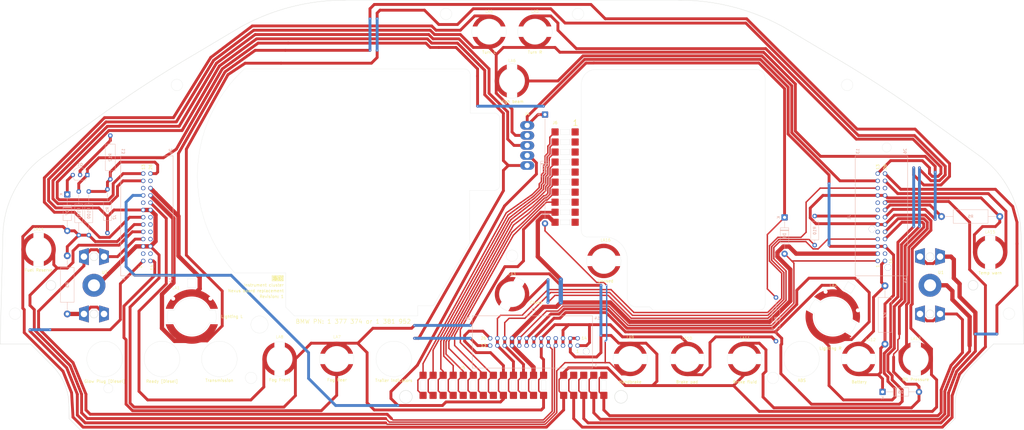
<source format=kicad_pcb>
(kicad_pcb (version 20241229) (generator "pcbnew") (generator_version "9.0")
  (layers (0 "F.Cu" signal) (2 "B.Cu" signal) (13 "F.Paste" user) (15 "B.Paste" user) (5 "F.SilkS" user "F.Silkscreen") (7 "B.SilkS" user "B.Silkscreen") (1 "F.Mask" user) (3 "B.Mask" user) (25 "Edge.Cuts" user))
  (net 0 "")
  (net 10 "Check")
  (net 11 "Charge_ind-")
  (net 12 "Brake_fluid_ind-")
  (net 13 "+12_T15")
  (net 14 "Net-(D7-K)")
  (net 15 "+12_Start_T50")
  (net 16 "Net-(D8-K)")
  (net 17 "Park_brake_ind-")
  (net 18 "Reverse_gear")
  (net 19 "Charge_ind+")
  (net 20 "+12_T30")
  (net 21 "High_beam_ind")
  (net 22 "Fuel_rate_input")
  (net 23 "Brake_wear_sig_1")
  (net 24 "Raw_RPM_input")
  (net 25 "Eng_temp_sensor")
  (net 26 "OIl_pressure_ind-")
  (net 27 "GNDPWR")
  (net 28 "RH_ind")
  (net 29 "Overheat_ind-")
  (net 30 "5th_gear")
  (net 31 "SI_RST")
  (net 32 "K-DKV")
  (net 33 "Illum+")
  (net 34 "N-DKV")
  (net 35 "Brake_wear_sig_2")
  (net 36 "KL_31h")
  (net 37 "Wheel_spd_input")
  (net 38 "Fog_ind+")
  (net 39 "Low_Fuel_ind-")
  (net 40 "Fuel_level")
  (net 41 "S-DKV")
  (net 42 "Illum-")
  (net 43 "LH_ind")
  (net 44 "Wheel_spd_output")
  (net 45 "+12_T15_ACC")
  (net 46 "DKV-DEFEKT")
  (net 47 "Rear_fog_ind+")
  (net 48 "Engine_spd_input")
  (net 49 "Temp_+Ub")
  (net 50 "Tach_1+")
  (net 51 "Tach_2-")
  (net 52 "EG_1-")
  (net 53 "EG_2-")
  (net 54 "Temp_GND")
  (net 55 "EG_1+")
  (net 56 "Tach_2+")
  (net 57 "Tach_1-")
  (net 58 "EG_2+")
  (net 59 "Net-(Q1-B)")
  (net 60 "Net-(U2-Vcc)")
  (net 61 "Net-(LA10-+)")
  (footprint "BMW_Cluster_Connectors:2721MF" (layer "F.Cu") (at 348.7 212.2 90)
    (property "Reference" "LA13")
    (property "Value" "Oil Pressure")
    (fp_line (start 4.026215 -1.5) (end 5.806544 -1.5) (stroke (width 0.05)) (layer "Edge.Cuts"))
    (fp_line (start -4.026215 -1.5) (end -5.806544 -1.5) (stroke (width 0.05)) (layer "Edge.Cuts"))
    (fp_line (start 4.026215 1.5) (end 5.806544 1.5) (stroke (width 0.05)) (layer "Edge.Cuts"))
    (fp_line (start -4.026215 1.5) (end -5.806544 1.5) (stroke (width 0.05)) (layer "Edge.Cuts"))
    (fp_arc (start 5.806544 -1.5) (mid 5.997162 0) (end 5.806544 1.5) (stroke (width 0.05)) (layer "Edge.Cuts"))
    (fp_arc (start -4.026215 -1.5) (mid 0 -4.296558) (end 4.026215 -1.5) (stroke (width 0.05)) (layer "Edge.Cuts"))
    (fp_arc (start 4.026215 1.5) (mid 0 4.296558) (end -4.026215 1.5) (stroke (width 0.05)) (layer "Edge.Cuts"))
    (fp_arc (start -5.806544 1.5) (mid -5.997162 0) (end -5.806544 -1.5) (stroke (width 0.05)) (layer "Edge.Cuts"))
  )
  (footprint "BMW_Cluster_Connectors:Gauge_Fuel" (layer "F.Cu") (at 62.3 186.5)
    (property "Reference" "U2")
    (property "Value" "Fuel Gauge")
    (fp_circle (center -15 0) (end -13.3 0) (stroke (width 0.12)) (fill no) (layer "Edge.Cuts"))
    (fp_circle (center 0 -10) (end 1.4 -10) (stroke (width 0.12)) (fill no) (layer "Edge.Cuts"))
    (fp_circle (center 0 10) (end 1.4 10) (stroke (width 0.12)) (fill no) (layer "Edge.Cuts"))
  )
  (footprint "BMW_Cluster_Connectors:2721MF" (layer "F.Cu") (at 127 212.2 90)
    (property "Reference" "LA8")
    (property "Value" "Fog Front")
    (fp_line (start 4.026215 -1.5) (end 5.806544 -1.5) (stroke (width 0.05)) (layer "Edge.Cuts"))
    (fp_line (start -4.026215 -1.5) (end -5.806544 -1.5) (stroke (width 0.05)) (layer "Edge.Cuts"))
    (fp_line (start 4.026215 1.5) (end 5.806544 1.5) (stroke (width 0.05)) (layer "Edge.Cuts"))
    (fp_line (start -4.026215 1.5) (end -5.806544 1.5) (stroke (width 0.05)) (layer "Edge.Cuts"))
    (fp_arc (start 5.806544 -1.5) (mid 5.997162 0) (end 5.806544 1.5) (stroke (width 0.05)) (layer "Edge.Cuts"))
    (fp_arc (start -4.026215 -1.5) (mid 0 -4.296558) (end 4.026215 -1.5) (stroke (width 0.05)) (layer "Edge.Cuts"))
    (fp_arc (start 4.026215 1.5) (mid 0 4.296558) (end -4.026215 1.5) (stroke (width 0.05)) (layer "Edge.Cuts"))
    (fp_arc (start -5.806544 1.5) (mid -5.997162 0) (end -5.806544 -1.5) (stroke (width 0.05)) (layer "Edge.Cuts"))
  )
  (footprint "BMW_Cluster_Connectors:2721MF" (layer "F.Cu") (at 240 178)
    (property "Reference" "LA16")
    (property "Value" "Unused")
    (fp_line (start -4.026215 -1.5) (end -5.806544 -1.5) (stroke (width 0.05)) (layer "Edge.Cuts"))
    (fp_line (start -4.026215 1.5) (end -5.806544 1.5) (stroke (width 0.05)) (layer "Edge.Cuts"))
    (fp_line (start 4.026215 -1.5) (end 5.806544 -1.5) (stroke (width 0.05)) (layer "Edge.Cuts"))
    (fp_line (start 4.026215 1.5) (end 5.806544 1.5) (stroke (width 0.05)) (layer "Edge.Cuts"))
    (fp_arc (start -5.806544 1.5) (mid -5.997162 0) (end -5.806544 -1.5) (stroke (width 0.05)) (layer "Edge.Cuts"))
    (fp_arc (start -4.026215 -1.5) (mid 0 -4.296558) (end 4.026215 -1.5) (stroke (width 0.05)) (layer "Edge.Cuts"))
    (fp_arc (start 4.026215 1.5) (mid 0 4.296558) (end -4.026215 1.5) (stroke (width 0.05)) (layer "Edge.Cuts"))
    (fp_arc (start 5.806544 -1.5) (mid 5.997162 0) (end 5.806544 1.5) (stroke (width 0.05)) (layer "Edge.Cuts"))
  )
  (footprint "BMW_Cluster_Connectors:2721MF" (layer "F.Cu") (at 200 98)
    (property "Reference" "LA4")
    (property "Value" "Turn L")
    (fp_line (start -4.026215 -1.5) (end -5.806544 -1.5) (stroke (width 0.05)) (layer "Edge.Cuts"))
    (fp_line (start -4.026215 1.5) (end -5.806544 1.5) (stroke (width 0.05)) (layer "Edge.Cuts"))
    (fp_line (start 4.026215 -1.5) (end 5.806544 -1.5) (stroke (width 0.05)) (layer "Edge.Cuts"))
    (fp_line (start 4.026215 1.5) (end 5.806544 1.5) (stroke (width 0.05)) (layer "Edge.Cuts"))
    (fp_arc (start -5.806544 1.5) (mid -5.997162 0) (end -5.806544 -1.5) (stroke (width 0.05)) (layer "Edge.Cuts"))
    (fp_arc (start -4.026215 -1.5) (mid 0 -4.296558) (end 4.026215 -1.5) (stroke (width 0.05)) (layer "Edge.Cuts"))
    (fp_arc (start 4.026215 1.5) (mid 0 4.296558) (end -4.026215 1.5) (stroke (width 0.05)) (layer "Edge.Cuts"))
    (fp_arc (start 5.806544 -1.5) (mid 5.997162 0) (end 5.806544 1.5) (stroke (width 0.05)) (layer "Edge.Cuts"))
  )
  (footprint "BMW_Cluster_Connectors:2721MF" (layer "F.Cu") (at 374.65 175 90)
    (property "Reference" "LA15")
    (property "Value" "Temp warn")
    (fp_line (start 4.026215 -1.5) (end 5.806544 -1.5) (stroke (width 0.05)) (layer "Edge.Cuts"))
    (fp_line (start -4.026215 -1.5) (end -5.806544 -1.5) (stroke (width 0.05)) (layer "Edge.Cuts"))
    (fp_line (start 4.026215 1.5) (end 5.806544 1.5) (stroke (width 0.05)) (layer "Edge.Cuts"))
    (fp_line (start -4.026215 1.5) (end -5.806544 1.5) (stroke (width 0.05)) (layer "Edge.Cuts"))
    (fp_arc (start 5.806544 -1.5) (mid 5.997162 0) (end 5.806544 1.5) (stroke (width 0.05)) (layer "Edge.Cuts"))
    (fp_arc (start -4.026215 -1.5) (mid 0 -4.296558) (end 4.026215 -1.5) (stroke (width 0.05)) (layer "Edge.Cuts"))
    (fp_arc (start 4.026215 1.5) (mid 0 4.296558) (end -4.026215 1.5) (stroke (width 0.05)) (layer "Edge.Cuts"))
    (fp_arc (start -5.806544 1.5) (mid -5.997162 0) (end -5.806544 -1.5) (stroke (width 0.05)) (layer "Edge.Cuts"))
  )
  (footprint "BMW_Cluster_Connectors:2721MF" (layer "F.Cu") (at 43 174 90)
    (property "Reference" "LA14")
    (property "Value" "Fuel Reserve")
    (fp_line (start 4.026215 -1.5) (end 5.806544 -1.5) (stroke (width 0.05)) (layer "Edge.Cuts"))
    (fp_line (start -4.026215 -1.5) (end -5.806544 -1.5) (stroke (width 0.05)) (layer "Edge.Cuts"))
    (fp_line (start 4.026215 1.5) (end 5.806544 1.5) (stroke (width 0.05)) (layer "Edge.Cuts"))
    (fp_line (start -4.026215 1.5) (end -5.806544 1.5) (stroke (width 0.05)) (layer "Edge.Cuts"))
    (fp_arc (start 5.806544 -1.5) (mid 5.997162 0) (end 5.806544 1.5) (stroke (width 0.05)) (layer "Edge.Cuts"))
    (fp_arc (start -4.026215 -1.5) (mid 0 -4.296558) (end 4.026215 -1.5) (stroke (width 0.05)) (layer "Edge.Cuts"))
    (fp_arc (start 4.026215 1.5) (mid 0 4.296558) (end -4.026215 1.5) (stroke (width 0.05)) (layer "Edge.Cuts"))
    (fp_arc (start -5.806544 1.5) (mid -5.997162 0) (end -5.806544 -1.5) (stroke (width 0.05)) (layer "Edge.Cuts"))
  )
  (footprint "BMW_Cluster_Connectors:2721MF" (layer "F.Cu") (at 216 98)
    (property "Reference" "LA5")
    (property "Value" "Turn R")
    (fp_line (start -4.026215 -1.5) (end -5.806544 -1.5) (stroke (width 0.05)) (layer "Edge.Cuts"))
    (fp_line (start -4.026215 1.5) (end -5.806544 1.5) (stroke (width 0.05)) (layer "Edge.Cuts"))
    (fp_line (start 4.026215 -1.5) (end 5.806544 -1.5) (stroke (width 0.05)) (layer "Edge.Cuts"))
    (fp_line (start 4.026215 1.5) (end 5.806544 1.5) (stroke (width 0.05)) (layer "Edge.Cuts"))
    (fp_arc (start -5.806544 1.5) (mid -5.997162 0) (end -5.806544 -1.5) (stroke (width 0.05)) (layer "Edge.Cuts"))
    (fp_arc (start -4.026215 -1.5) (mid 0 -4.296558) (end 4.026215 -1.5) (stroke (width 0.05)) (layer "Edge.Cuts"))
    (fp_arc (start 4.026215 1.5) (mid 0 4.296558) (end -4.026215 1.5) (stroke (width 0.05)) (layer "Edge.Cuts"))
    (fp_arc (start 5.806544 -1.5) (mid 5.997162 0) (end 5.806544 1.5) (stroke (width 0.05)) (layer "Edge.Cuts"))
  )
  (footprint "BMW_Cluster_Connectors:2721MF" (layer "F.Cu") (at 146.9 212.2)
    (property "Reference" "LA7")
    (property "Value" "Fog Rear")
    (fp_line (start -4.026215 -1.5) (end -5.806544 -1.5) (stroke (width 0.05)) (layer "Edge.Cuts"))
    (fp_line (start -4.026215 1.5) (end -5.806544 1.5) (stroke (width 0.05)) (layer "Edge.Cuts"))
    (fp_line (start 4.026215 -1.5) (end 5.806544 -1.5) (stroke (width 0.05)) (layer "Edge.Cuts"))
    (fp_line (start 4.026215 1.5) (end 5.806544 1.5) (stroke (width 0.05)) (layer "Edge.Cuts"))
    (fp_arc (start -5.806544 1.5) (mid -5.997162 0) (end -5.806544 -1.5) (stroke (width 0.05)) (layer "Edge.Cuts"))
    (fp_arc (start -4.026215 -1.5) (mid 0 -4.296558) (end 4.026215 -1.5) (stroke (width 0.05)) (layer "Edge.Cuts"))
    (fp_arc (start 4.026215 1.5) (mid 0 4.296558) (end -4.026215 1.5) (stroke (width 0.05)) (layer "Edge.Cuts"))
    (fp_arc (start 5.806544 -1.5) (mid 5.997162 0) (end 5.806544 1.5) (stroke (width 0.05)) (layer "Edge.Cuts"))
  )
  (footprint "BMW_Cluster_Connectors:2821MF" (layer "F.Cu") (at 319.8 197.4 -30)
    (property "Reference" "LA2")
    (property "Value" "Lighting R")
    (fp_line (start -8.228845 2.2) (end -6.115485 2.20246) (stroke (width 0.05)) (layer "Edge.Cuts"))
    (fp_line (start -8.228843 -2.2) (end -6.115487 -2.202459) (stroke (width 0.05)) (layer "Edge.Cuts"))
    (fp_line (start 6.115487 2.202459) (end 8.228843 2.2) (stroke (width 0.05)) (layer "Edge.Cuts"))
    (fp_line (start 8.228845 -2.2) (end 6.115485 -2.20246) (stroke (width 0.05)) (layer "Edge.Cuts"))
    (fp_arc (start -8.228845 2.2) (mid -8.517858 -0.000001) (end -8.228843 -2.2) (stroke (width 0.05)) (layer "Edge.Cuts"))
    (fp_arc (start -6.115487 -2.202459) (mid 0 -6.5) (end 6.115485 -2.20246) (stroke (width 0.05)) (layer "Edge.Cuts"))
    (fp_arc (start 6.115487 2.202459) (mid 0 6.5) (end -6.115485 2.20246) (stroke (width 0.05)) (layer "Edge.Cuts"))
    (fp_arc (start 8.228845 -2.2) (mid 8.517858 0.000001) (end 8.228843 2.2) (stroke (width 0.05)) (layer "Edge.Cuts"))
    (fp_poly (pts (xy -1.500001 -13.199999) (xy 1.499999 -13.200001) (xy 1.5 -10.200001) (xy -1.499999 -10.199998)) (stroke (width 0.05)) (fill no) (layer "Edge.Cuts"))
  )
  (footprint "BMW_Cluster_Connectors:Tach_EG_Socket_Late" (layer "F.Cu") (at 226.5 150.5)
    (property "Reference" "J6")
    (property "Value" "Tachometer")
    (fp_rect (start -1.7 -18.35) (end 1.7 -16.65) (stroke (width 0.05)) (fill no) (layer "Edge.Cuts"))
    (fp_rect (start -1.7 -14.85) (end 1.7 -13.15) (stroke (width 0.05)) (fill no) (layer "Edge.Cuts"))
    (fp_rect (start -1.7 -11.35) (end 1.7 -9.65) (stroke (width 0.05)) (fill no) (layer "Edge.Cuts"))
    (fp_rect (start -1.7 -7.85) (end 1.7 -6.15) (stroke (width 0.05)) (fill no) (layer "Edge.Cuts"))
    (fp_rect (start -1.7 -4.35) (end 1.7 -2.65) (stroke (width 0.05)) (fill no) (layer "Edge.Cuts"))
    (fp_rect (start -1.7 -0.85) (end 1.7 0.85) (stroke (width 0.05)) (fill no) (layer "Edge.Cuts"))
    (fp_rect (start -1.7 2.65) (end 1.7 4.35) (stroke (width 0.05)) (fill no) (layer "Edge.Cuts"))
    (fp_rect (start -1.7 6.15) (end 1.7 7.85) (stroke (width 0.05)) (fill no) (layer "Edge.Cuts"))
    (fp_rect (start -1.7 9.65) (end 1.7 11.35) (stroke (width 0.05)) (fill no) (layer "Edge.Cuts"))
    (fp_rect (start -1.7 13.15) (end 1.7 14.85) (stroke (width 0.05)) (fill no) (layer "Edge.Cuts"))
  )
  (footprint "BMW_Cluster_Connectors:2721MF" (layer "F.Cu") (at 289 212.2)
    (property "Reference" "LA11")
    (property "Value" "Brake fluid")
    (fp_line (start -4.026215 -1.5) (end -5.806544 -1.5) (stroke (width 0.05)) (layer "Edge.Cuts"))
    (fp_line (start -4.026215 1.5) (end -5.806544 1.5) (stroke (width 0.05)) (layer "Edge.Cuts"))
    (fp_line (start 4.026215 -1.5) (end 5.806544 -1.5) (stroke (width 0.05)) (layer "Edge.Cuts"))
    (fp_line (start 4.026215 1.5) (end 5.806544 1.5) (stroke (width 0.05)) (layer "Edge.Cuts"))
    (fp_arc (start -5.806544 1.5) (mid -5.997162 0) (end -5.806544 -1.5) (stroke (width 0.05)) (layer "Edge.Cuts"))
    (fp_arc (start -4.026215 -1.5) (mid 0 -4.296558) (end 4.026215 -1.5) (stroke (width 0.05)) (layer "Edge.Cuts"))
    (fp_arc (start 4.026215 1.5) (mid 0 4.296558) (end -4.026215 1.5) (stroke (width 0.05)) (layer "Edge.Cuts"))
    (fp_arc (start 5.806544 -1.5) (mid 5.997162 0) (end 5.806544 1.5) (stroke (width 0.05)) (layer "Edge.Cuts"))
  )
  (footprint "BMW_Cluster_Connectors:2821MF" (layer "F.Cu") (at 96.4 197.4)
    (property "Reference" "LA1")
    (property "Value" "Lighting L")
    (fp_line (start -8.228844 -2.2) (end -6.115486 -2.20246) (stroke (width 0.05)) (layer "Edge.Cuts"))
    (fp_line (start -8.228844 2.2) (end -6.115486 2.20246) (stroke (width 0.05)) (layer "Edge.Cuts"))
    (fp_line (start 6.115486 2.20246) (end 8.228844 2.2) (stroke (width 0.05)) (layer "Edge.Cuts"))
    (fp_line (start 8.228844 -2.2) (end 6.115486 -2.20246) (stroke (width 0.05)) (layer "Edge.Cuts"))
    (fp_rect (start -1.5 -13.2) (end 1.5 -10.2) (stroke (width 0.05)) (fill no) (layer "Edge.Cuts"))
    (fp_arc (start -8.228844 2.2) (mid -8.517856 0) (end -8.228844 -2.2) (stroke (width 0.05)) (layer "Edge.Cuts"))
    (fp_arc (start -6.115486 -2.20246) (mid 0 -6.5) (end 6.115486 -2.20246) (stroke (width 0.05)) (layer "Edge.Cuts"))
    (fp_arc (start 6.115486 2.20246) (mid 0 6.5) (end -6.115486 2.20246) (stroke (width 0.05)) (layer "Edge.Cuts"))
    (fp_arc (start 8.228844 -2.2) (mid 8.517856 0) (end 8.228844 2.2) (stroke (width 0.05)) (layer "Edge.Cuts"))
  )
  (footprint "BMW_Cluster_Connectors:2721MF" (layer "F.Cu") (at 249.2 212.2)
    (property "Reference" "LA9")
    (property "Value" "Handbrake")
    (fp_line (start -4.026215 -1.5) (end -5.806544 -1.5) (stroke (width 0.05)) (layer "Edge.Cuts"))
    (fp_line (start -4.026215 1.5) (end -5.806544 1.5) (stroke (width 0.05)) (layer "Edge.Cuts"))
    (fp_line (start 4.026215 -1.5) (end 5.806544 -1.5) (stroke (width 0.05)) (layer "Edge.Cuts"))
    (fp_line (start 4.026215 1.5) (end 5.806544 1.5) (stroke (width 0.05)) (layer "Edge.Cuts"))
    (fp_arc (start -5.806544 1.5) (mid -5.997162 0) (end -5.806544 -1.5) (stroke (width 0.05)) (layer "Edge.Cuts"))
    (fp_arc (start -4.026215 -1.5) (mid 0 -4.296558) (end 4.026215 -1.5) (stroke (width 0.05)) (layer "Edge.Cuts"))
    (fp_arc (start 4.026215 1.5) (mid 0 4.296558) (end -4.026215 1.5) (stroke (width 0.05)) (layer "Edge.Cuts"))
    (fp_arc (start 5.806544 -1.5) (mid 5.997162 0) (end 5.806544 1.5) (stroke (width 0.05)) (layer "Edge.Cuts"))
  )
  (footprint "BMW_Cluster_Connectors:2721MF" (layer "F.Cu") (at 208 189.6 60)
    (property "Reference" "LA3")
    (property "Value" "Check")
    (fp_line (start -4.026215 -1.500001) (end -5.806544 -1.5) (stroke (width 0.05)) (layer "Edge.Cuts"))
    (fp_line (start -4.026214 1.5) (end -5.806544 1.5) (stroke (width 0.05)) (layer "Edge.Cuts"))
    (fp_line (start 4.026214 -1.5) (end 5.806544 -1.5) (stroke (width 0.05)) (layer "Edge.Cuts"))
    (fp_line (start 4.026215 1.500001) (end 5.806544 1.5) (stroke (width 0.05)) (layer "Edge.Cuts"))
    (fp_arc (start -4.026215 -1.500001) (mid 0 -4.296558) (end 4.026214 -1.5) (stroke (width 0.05)) (layer "Edge.Cuts"))
    (fp_arc (start -5.806544 1.5) (mid -5.997162 0) (end -5.806544 -1.5) (stroke (width 0.05)) (layer "Edge.Cuts"))
    (fp_arc (start 5.806544 -1.5) (mid 5.997162 0) (end 5.806544 1.5) (stroke (width 0.05)) (layer "Edge.Cuts"))
    (fp_arc (start 4.026215 1.500001) (mid 0 4.296558) (end -4.026214 1.5) (stroke (width 0.05)) (layer "Edge.Cuts"))
  )
  (footprint "BMW_Cluster_Connectors:2721MF" (layer "F.Cu") (at 328.8 212.2)
    (property "Reference" "LA12")
    (property "Value" "Battery")
    (fp_line (start -4.026215 -1.5) (end -5.806544 -1.5) (stroke (width 0.05)) (layer "Edge.Cuts"))
    (fp_line (start -4.026215 1.5) (end -5.806544 1.5) (stroke (width 0.05)) (layer "Edge.Cuts"))
    (fp_line (start 4.026215 -1.5) (end 5.806544 -1.5) (stroke (width 0.05)) (layer "Edge.Cuts"))
    (fp_line (start 4.026215 1.5) (end 5.806544 1.5) (stroke (width 0.05)) (layer "Edge.Cuts"))
    (fp_arc (start -5.806544 1.5) (mid -5.997162 0) (end -5.806544 -1.5) (stroke (width 0.05)) (layer "Edge.Cuts"))
    (fp_arc (start -4.026215 -1.5) (mid 0 -4.296558) (end 4.026215 -1.5) (stroke (width 0.05)) (layer "Edge.Cuts"))
    (fp_arc (start 4.026215 1.5) (mid 0 4.296558) (end -4.026215 1.5) (stroke (width 0.05)) (layer "Edge.Cuts"))
    (fp_arc (start 5.806544 -1.5) (mid 5.997162 0) (end 5.806544 1.5) (stroke (width 0.05)) (layer "Edge.Cuts"))
  )
  (footprint "BMW_Cluster_Connectors:ConnectorV_Late_V2" (layer "F.Cu") (at 240 221.404)
    (property "Reference" "J5")
    (property "Value" "SI Connector")
    (fp_rect (start -63.85 -1.7) (end -62.15 1.7) (stroke (width 0.05)) (fill no) (layer "Edge.Cuts"))
    (fp_rect (start -60.35 -1.7) (end -58.65 1.7) (stroke (width 0.05)) (fill no) (layer "Edge.Cuts"))
    (fp_rect (start -56.85 -1.7) (end -55.15 1.7) (stroke (width 0.05)) (fill no) (layer "Edge.Cuts"))
    (fp_rect (start -53.35 -1.7) (end -51.65 1.7) (stroke (width 0.05)) (fill no) (layer "Edge.Cuts"))
    (fp_rect (start -49.85 -1.7) (end -48.15 1.7) (stroke (width 0.05)) (fill no) (layer "Edge.Cuts"))
    (fp_rect (start -46.35 -1.7) (end -44.65 1.7) (stroke (width 0.05)) (fill no) (layer "Edge.Cuts"))
    (fp_rect (start -42.85 -1.7) (end -41.15 1.7) (stroke (width 0.05)) (fill no) (layer "Edge.Cuts"))
    (fp_rect (start -39.35 -1.7) (end -37.65 1.7) (stroke (width 0.05)) (fill no) (layer "Edge.Cuts"))
    (fp_rect (start -35.85 -1.7) (end -34.15 1.7) (stroke (width 0.05)) (fill no) (layer "Edge.Cuts"))
    (fp_rect (start -32.35 -1.7) (end -30.65 1.7) (stroke (width 0.05)) (fill no) (layer "Edge.Cuts"))
    (fp_rect (start -28.85 -1.7) (end -27.15 1.7) (stroke (width 0.05)) (fill no) (layer "Edge.Cuts"))
    (fp_rect (start -25.35 -1.7) (end -23.65 1.7) (stroke (width 0.05)) (fill no) (layer "Edge.Cuts"))
    (fp_rect (start -21.85 -1.7) (end -20.15 1.7) (stroke (width 0.05)) (fill no) (layer "Edge.Cuts"))
    (fp_rect (start -14.85 -1.7) (end -13.15 1.7) (stroke (width 0.05)) (fill no) (layer "Edge.Cuts"))
    (fp_rect (start -11.35 -1.7) (end -9.65 1.7) (stroke (width 0.05)) (fill no) (layer "Edge.Cuts"))
    (fp_rect (start -7.85 -1.7) (end -6.15 1.7) (stroke (width 0.05)) (fill no) (layer "Edge.Cuts"))
    (fp_rect (start -4.35 -1.7) (end -2.65 1.7) (stroke (width 0.05)) (fill no) (layer "Edge.Cuts"))
    (fp_rect (start -0.85 -1.7) (end 0.85 1.7) (stroke (width 0.05)) (fill no) (layer "Edge.Cuts"))
    (fp_circle (center -69 4) (end -68 6) (stroke (width 0.12)) (fill no) (layer "Edge.Cuts"))
    (fp_circle (center 6 4) (end 7 6) (stroke (width 0.12)) (fill no) (layer "Edge.Cuts"))
  )
  (footprint "BMW_Cluster_Connectors:Gauge_Temp" (layer "F.Cu") (at 353.7 186.5)
    (property "Reference" "U1")
    (property "Value" "Coolant Temp")
    (fp_circle (center 0 -10) (end 1.4 -10) (stroke (width 0.12)) (fill no) (layer "Edge.Cuts"))
    (fp_circle (center 0 10) (end 1.4 10) (stroke (width 0.12)) (fill no) (layer "Edge.Cuts"))
    (fp_circle (center 15 0) (end 16.7 0) (stroke (width 0.12)) (fill no) (layer "Edge.Cuts"))
  )
  (footprint "BMW_Cluster_Connectors:ConnectorIV_Late" (layer "F.Cu") (at 213.3 130.7)
    (property "Reference" "J4")
    (property "Value" "Speedometer")
  )
  (footprint "BMW_Cluster_Connectors:2721MF" (layer "F.Cu") (at 269.1 212.2)
    (property "Reference" "LA10")
    (property "Value" "Brake pad")
    (fp_line (start -4.026215 -1.5) (end -5.806544 -1.5) (stroke (width 0.05)) (layer "Edge.Cuts"))
    (fp_line (start -4.026215 1.5) (end -5.806544 1.5) (stroke (width 0.05)) (layer "Edge.Cuts"))
    (fp_line (start 4.026215 -1.5) (end 5.806544 -1.5) (stroke (width 0.05)) (layer "Edge.Cuts"))
    (fp_line (start 4.026215 1.5) (end 5.806544 1.5) (stroke (width 0.05)) (layer "Edge.Cuts"))
    (fp_arc (start -5.806544 1.5) (mid -5.997162 0) (end -5.806544 -1.5) (stroke (width 0.05)) (layer "Edge.Cuts"))
    (fp_arc (start -4.026215 -1.5) (mid 0 -4.296558) (end 4.026215 -1.5) (stroke (width 0.05)) (layer "Edge.Cuts"))
    (fp_arc (start 4.026215 1.5) (mid 0 4.296558) (end -4.026215 1.5) (stroke (width 0.05)) (layer "Edge.Cuts"))
    (fp_arc (start 5.806544 -1.5) (mid 5.997162 0) (end 5.806544 1.5) (stroke (width 0.05)) (layer "Edge.Cuts"))
  )
  (footprint "BMW_Cluster_Connectors:2721MF" (layer "F.Cu") (at 208 115.2 90)
    (property "Reference" "LA6")
    (property "Value" "High beam")
    (fp_line (start 4.026215 -1.5) (end 5.806544 -1.5) (stroke (width 0.05)) (layer "Edge.Cuts"))
    (fp_line (start -4.026215 -1.5) (end -5.806544 -1.5) (stroke (width 0.05)) (layer "Edge.Cuts"))
    (fp_line (start 4.026215 1.5) (end 5.806544 1.5) (stroke (width 0.05)) (layer "Edge.Cuts"))
    (fp_line (start -4.026215 1.5) (end -5.806544 1.5) (stroke (width 0.05)) (layer "Edge.Cuts"))
    (fp_arc (start 5.806544 -1.5) (mid 5.997162 0) (end 5.806544 1.5) (stroke (width 0.05)) (layer "Edge.Cuts"))
    (fp_arc (start -4.026215 -1.5) (mid 0 -4.296558) (end 4.026215 -1.5) (stroke (width 0.05)) (layer "Edge.Cuts"))
    (fp_arc (start 4.026215 1.5) (mid 0 4.296558) (end -4.026215 1.5) (stroke (width 0.05)) (layer "Edge.Cuts"))
    (fp_arc (start -5.806544 1.5) (mid -5.997162 0) (end -5.806544 -1.5) (stroke (width 0.05)) (layer "Edge.Cuts"))
  )
  (footprint "BMW_Cluster_Connectors:TE_827881-2" (layer "B.Cu") (at 80.5 162.76 -90)
    (property "Reference" "J2")
    (property "Value" "White")
  )
  (footprint "Diode_THT:D_DO-41_SOD81_P10.16mm_Horizontal" (layer "B.Cu") (at 219.5 126.92 -90)
    (property "Reference" "D64")
    (property "Value" "1N4004")
  )
  (footprint "Resistor_THT:R_Axial_DIN0414_L11.9mm_D4.5mm_P20.32mm_Horizontal" (layer "B.Cu") (at 53 176.18 -90)
    (property "Reference" "R3")
    (property "Value" "68R 1W")
  )
  (footprint "Resistor_THT:R_Axial_DIN0207_L6.3mm_D2.5mm_P10.16mm_Horizontal" (layer "B.Cu") (at 313.5 172.5 90)
    (property "Reference" "R10")
    (property "Value" "10k")
  )
  (footprint "Diode_THT:D_DO-41_SOD81_P12.70mm_Horizontal" (layer "B.Cu") (at 53 154.8 -90)
    (property "Reference" "D7")
    (property "Value" "1N4004")
  )
  (footprint "BMW_Cluster_Connectors:TE_827881-3" (layer "B.Cu") (at 336.5 162.76 -90)
    (property "Reference" "J1")
    (property "Value" "Blue")
  )
  (footprint "BMW_Cluster_Connectors:TE_827881-1" (layer "B.Cu") (at 215.62 206.5)
    (property "Reference" "J3")
    (property "Value" "Yellow")
  )
  (footprint "Resistor_THT:R_Axial_DIN0207_L6.3mm_D2.5mm_P15.24mm_Horizontal" (layer "B.Cu") (at 60.5 153.76 -90)
    (property "Reference" "R100")
    (property "Value" "??")
  )
  (footprint "Diode_THT:D_DO-41_SOD81_P12.70mm_Horizontal" (layer "B.Cu") (at 303 162.8 -90)
    (property "Reference" "D8")
    (property "Value" "1N4004")
  )
  (footprint "Resistor_THT:R_Axial_DIN0207_L6.3mm_D2.5mm_P15.24mm_Horizontal" (layer "B.Cu") (at 67 168.24 90)
    (property "Reference" "R11")
    (property "Value" "4k7")
  )
  (footprint "Resistor_THT:R_Axial_DIN0207_L6.3mm_D2.5mm_P15.24mm_Horizontal" (layer "B.Cu") (at 300 190.76 -90)
    (property "Reference" "R9")
    (property "Value" "10R")
  )
  (footprint "Resistor_THT:R_Axial_DIN0414_L11.9mm_D4.5mm_P20.32mm_Horizontal" (layer "B.Cu") (at 338 186.68 -90)
    (property "Reference" "R2")
    (property "Value" "150R")
  )
  (footprint "Diode_THT:D_DO-41_SOD81_P12.70mm_Horizontal" (layer "B.Cu") (at 337.15 223.7)
    (property "Reference" "D6")
    (property "Value" "1N4004")
  )
  (footprint "Package_TO_SOT_THT:TO-92_Inline_Wide" (layer "B.Cu") (at 60 148 180)
    (property "Reference" "Q1")
    (property "Value" "BC327")
  )
  (footprint "Resistor_THT:R_Axial_DIN0309_L9.0mm_D3.2mm_P15.24mm_Horizontal" (layer "B.Cu") (at 68 149.5 90)
    (property "Reference" "R12")
    (property "Value" "390R 0W5")
  )
  (footprint "Resistor_THT:R_Axial_DIN0207_L6.3mm_D2.5mm_P15.24mm_Horizontal" (layer "B.Cu") (at 57 153.76 -90)
    (property "Reference" "R101")
    (property "Value" "??")
  )
  (footprint "Resistor_THT:R_Axial_DIN0414_L11.9mm_D4.5mm_P20.32mm_Horizontal" (layer "B.Cu") (at 378 162.5 180)
    (property "Reference" "R5")
    (property "Value" "220R 1W")
  )
  (gr_arc (start 371.510822 141.74629) (mid 381.564422 153.683112) (end 385.429866 168.803316) (stroke (width 0.1)) (layer "Edge.Cuts"))
  (gr_circle (center 34.8 196.4) (end 34.8 194.4) (stroke (width 0.05)) (fill no) (layer "Edge.Cuts"))
  (gr_circle (center 308.9 212.2) (end 315.1 212.2) (stroke (width 0.05)) (fill no) (layer "Edge.Cuts"))
  (gr_circle (center 231 91.8) (end 231 89.8) (stroke (width 0.05)) (fill no) (layer "Edge.Cuts"))
  (gr_arc (start 362.4 228.684271) (mid 363.922413 221.030603) (end 368.257864 214.542136) (stroke (width 0.1)) (layer "Edge.Cuts"))
  (gr_circle (center 66 212.2) (end 72.2 212.2) (stroke (width 0.05)) (fill no) (layer "Edge.Cuts"))
  (gr_circle (center 166.8 212.2) (end 173 212.2) (stroke (width 0.05)) (fill no) (layer "Edge.Cuts"))
  (gr_line (start 362.4 233) (end 358.4 237) (stroke (width 0.1)) (layer "Edge.Cuts"))
  (gr_arc (start 47.742136 214.542136) (mid 52.07758 221.030607) (end 53.6 228.684271) (stroke (width 0.1)) (layer "Edge.Cuts"))
  (gr_line (start 385.429866 168.803316) (end 386.4 207) (stroke (width 0.1)) (layer "Edge.Cuts"))
  (gr_arc (start 240.2 169.6) (mid 245.856854 171.943146) (end 248.2 177.6) (stroke (width 0.05)) (layer "Edge.Cuts"))
  (gr_line (start 150 87.000001) (end 266 87) (stroke (width 0.05)) (layer "Edge.Cuts"))
  (gr_line (start 193.2 153.4) (end 193.2 171.8) (stroke (width 0.05)) (layer "Edge.Cuts"))
  (gr_arc (start 30.570134 168.803316) (mid 34.435603 153.683118) (end 44.489178 141.74629) (stroke (width 0.1)) (layer "Edge.Cuts"))
  (gr_line (start 40.2 207) (end 47.742136 214.542136) (stroke (width 0.1)) (layer "Edge.Cuts"))
  (gr_arc (start 64.213692 127.48415) (mid 78.199248 117.817514) (end 92.582938 108.753901) (stroke (width 0.1)) (layer "Edge.Cuts"))
  (gr_line (start 175.2 193.6) (end 175.2 197.2) (stroke (width 0.05)) (layer "Edge.Cuts"))
  (gr_line (start 29.6 207) (end 40.2 207) (stroke (width 0.1)) (layer "Edge.Cuts"))
  (gr_line (start 234.2 169.6) (end 240.2 169.6) (stroke (width 0.05)) (layer "Edge.Cuts"))
  (gr_line (start 294.2 195.2) (end 257.2 195.2) (stroke (width 0.05)) (layer "Edge.Cuts"))
  (gr_circle (center 106 212.2) (end 112.2 212.2) (stroke (width 0.05)) (fill no) (layer "Edge.Cuts"))
  (gr_line (start 30.570134 168.803316) (end 29.6 207) (stroke (width 0.1)) (layer "Edge.Cuts"))
  (gr_arc (start 203.8 151.4) (mid 203.214214 152.814214) (end 201.8 153.4) (stroke (width 0.05)) (layer "Edge.Cuts"))
  (gr_line (start 193.4 126.4) (end 201.8 126.4) (stroke (width 0.05)) (layer "Edge.Cuts"))
  (gr_line (start 232.2 167.6) (end 232.2 116.2) (stroke (width 0.05)) (layer "Edge.Cuts"))
  (gr_circle (center 120 200.2) (end 120 197.2) (stroke (width 0.05)) (fill no) (layer "Edge.Cuts"))
  (gr_line (start 180.6 193.6) (end 175.2 193.6) (stroke (width 0.05)) (layer "Edge.Cuts"))
  (gr_line (start 57.6 237) (end 358.4 237) (stroke (width 0.1)) (layer "Edge.Cuts"))
  (gr_arc (start 232.2 116.2) (mid 233.664466 112.664466) (end 237.2 111.2) (stroke (width 0.05)) (layer "Edge.Cuts"))
  (gr_line (start 248.2 177.6) (end 248.2 191) (stroke (width 0.05)) (layer "Edge.Cuts"))
  (gr_circle (center 117.05 218.8) (end 117.05 216.8) (stroke (width 0.05)) (fill no) (layer "Edge.Cuts"))
  (gr_circle (center 67.3 222.482246) (end 67.3 220.882246) (stroke (width 0.05)) (fill no) (layer "Edge.Cuts"))
  (gr_line (start 113.186375 96.489028) (end 92.582938 108.753901) (stroke (width 0.1)) (layer "Edge.Cuts"))
  (gr_line (start 129.2 182.2) (end 111.4 182.2) (stroke (width 0.05)) (layer "Edge.Cuts"))
  (gr_line (start 375.8 207) (end 368.257864 214.542136) (stroke (width 0.1)) (layer "Edge.Cuts"))
  (gr_line (start 203.8 128.4) (end 203.8 151.4) (stroke (width 0.05)) (layer "Edge.Cuts"))
  (gr_line (start 256 194) (end 257.2 195.2) (stroke (width 0.05)) (layer "Edge.Cuts"))
  (gr_line (start 53.6 233) (end 57.6 237) (stroke (width 0.1)) (layer "Edge.Cuts"))
  (gr_arc (start 191.4 111) (mid 192.814214 111.585786) (end 193.4 113) (stroke (width 0.05)) (layer "Edge.Cuts"))
  (gr_line (start 129.2 182.2) (end 129.2 194.2) (stroke (width 0.05)) (layer "Edge.Cuts"))
  (gr_arc (start 296.2 193.2) (mid 295.614214 194.614214) (end 294.2 195.2) (stroke (width 0.05)) (layer "Edge.Cuts"))
  (gr_arc (start 111.4 182.2) (mid 98.417726 145.9142) (end 114.73328 111) (stroke (width 0.05)) (layer "Edge.Cuts"))
  (gr_line (start 193.4 113) (end 193.4 126.4) (stroke (width 0.05)) (layer "Edge.Cuts"))
  (gr_circle (center 381.2 196.4) (end 381.2 194.4) (stroke (width 0.05)) (fill no) (layer "Edge.Cuts"))
  (gr_line (start 191.4 111) (end 114.73328 111) (stroke (width 0.05)) (layer "Edge.Cuts"))
  (gr_circle (center 208 176.2) (end 208 174.2) (stroke (width 0.05)) (fill no) (layer "Edge.Cuts"))
  (gr_line (start 386.4 207) (end 375.8 207) (stroke (width 0.1)) (layer "Edge.Cuts"))
  (gr_line (start 362.4 228.684271) (end 362.4 233) (stroke (width 0.1)) (layer "Edge.Cuts"))
  (gr_arc (start 251.2 194) (mid 249.07868 193.12132) (end 248.2 191) (stroke (width 0.05)) (layer "Edge.Cuts"))
  (gr_arc (start 113.186375 96.489028) (mid 130.981145 89.370038) (end 150 87) (stroke (width 0.1)) (layer "Edge.Cuts"))
  (gr_line (start 201.8 153.4) (end 193.2 153.4) (stroke (width 0.05)) (layer "Edge.Cuts"))
  (gr_line (start 132.2 197.2) (end 129.2 194.2) (stroke (width 0.05)) (layer "Edge.Cuts"))
  (gr_arc (start 266 87) (mid 285.018857 89.370028) (end 302.813625 96.489028) (stroke (width 0.1)) (layer "Edge.Cuts"))
  (gr_circle (center 324.8 116.6) (end 324.8 114.6) (stroke (width 0.05)) (fill no) (layer "Edge.Cuts"))
  (gr_arc (start 201.8 126.4) (mid 203.214214 126.985786) (end 203.8 128.4) (stroke (width 0.05)) (layer "Edge.Cuts"))
  (gr_line (start 296.2 114.2) (end 296.2 193.2) (stroke (width 0.05)) (layer "Edge.Cuts"))
  (gr_arc (start 293.2 111.2) (mid 295.32132 112.07868) (end 296.2 114.2) (stroke (width 0.05)) (layer "Edge.Cuts"))
  (gr_line (start 53.6 233) (end 53.6 228.684271) (stroke (width 0.1)) (layer "Edge.Cuts"))
  (gr_circle (center 185 91.8) (end 185 89.8) (stroke (width 0.05)) (fill no) (layer "Edge.Cuts"))
  (gr_line (start 193.2 171.8) (end 180.6 193.6) (stroke (width 0.05)) (layer "Edge.Cuts"))
  (gr_line (start 251.2 194) (end 256 194) (stroke (width 0.05)) (layer "Edge.Cuts"))
  (gr_line (start 175.2 197.2) (end 132.2 197.2) (stroke (width 0.05)) (layer "Edge.Cuts"))
  (gr_circle (center 86 212.2) (end 92.2 212.2) (stroke (width 0.05)) (fill no) (layer "Edge.Cuts"))
  (gr_line (start 302.813625 96.489028) (end 323.417062 108.753901) (stroke (width 0.1)) (layer "Edge.Cuts"))
  (gr_circle (center 338.6 138.4) (end 338.6 136.8) (stroke (width 0.05)) (fill no) (layer "Edge.Cuts"))
  (gr_line (start 237.2 111.2) (end 293.2 111.2) (stroke (width 0.05)) (layer "Edge.Cuts"))
  (gr_circle (center 298.95 218.8) (end 298.95 216.8) (stroke (width 0.05)) (fill no) (layer "Edge.Cuts"))
  (gr_circle (center 91.2 116.6) (end 91.2 114.6) (stroke (width 0.05)) (fill no) (layer "Edge.Cuts"))
  (gr_line (start 64.213692 127.48415) (end 44.489178 141.74629) (stroke (width 0.1)) (layer "Edge.Cuts"))
  (gr_arc (start 323.417062 108.753901) (mid 337.800752 117.817514) (end 351.786308 127.48415) (stroke (width 0.1)) (layer "Edge.Cuts"))
  (gr_arc (start 234.2 169.6) (mid 232.785786 169.014214) (end 232.2 167.6) (stroke (width 0.05)) (layer "Edge.Cuts"))
  (gr_line (start 351.786308 127.48415) (end 371.510822 141.74629) (stroke (width 0.1)) (layer "Edge.Cuts"))
  (gr_text "Ready [Diesel]" (at 86 220 0) (layer "F.SilkS") (effects (font (size 1 1) (thickness 0.15) (bold yes))))
  (gr_text "BMW PN: 1 377 374 or 1 381 952" (at 132.5 200 0) (layer "F.SilkS") (effects (font (size 1.5 1.5)) (justify left bottom)))
  (gr_text "E30" (at 128.5 185 0) (layer "F.SilkS" knockout) (effects (font (size 1.5 1.5)) (justify right bottom)))
  (gr_text "Instrument cluster" (at 128.5 187 0) (layer "F.SilkS") (effects (font (size 1 1)) (justify right bottom)))
  (gr_text "ABS" (at 309 219.7 0) (layer "F.SilkS") (effects (font (size 1 1) (thickness 0.15) (bold yes))))
  (gr_text "Glow Plug [Diesel]" (at 66 220 0) (layer "F.SilkS") (effects (font (size 1 1) (thickness 0.15) (bold yes))))
  (gr_text "Transmission" (at 106 219.7 0) (layer "F.SilkS") (effects (font (size 1 1) (thickness 0.15) (bold yes))))
  (gr_text "Nexus board replacement" (at 128.5 189 0) (layer "F.SilkS") (effects (font (size 1 1)) (justify right bottom)))
  (gr_text "Revision: 1" (at 128.5 191 0) (layer "F.SilkS") (effects (font (size 1 1)) (justify right bottom)))
  (gr_text "Trailer indicators" (at 166.8 219.7 0) (layer "F.SilkS") (effects (font (size 1 1) (thickness 0.15) (bold yes))))
  (segment (start 301.311074 171.251) (end 310.411108 171.251) (width 0.5) (layer "F.Cu") (net 10))
  (segment (start 299.251 173.311074) (end 301.311074 171.251) (width 0.5) (layer "F.Cu") (net 10))
  (segment (start 303.5 181.5) (end 299.251 177.251) (width 0.5) (layer "F.Cu") (net 10))
  (segment (start 297.230818 198) (end 303.5 191.730818) (width 0.5) (layer "F.Cu") (net 10))
  (segment (start 212.76314 192.35) (end 220.55657 184.55657) (width 1) (layer "F.Cu") (net 10))
  (segment (start 318.12 170.38) (end 335.46 170.38) (width 0.5) (layer "F.Cu") (net 10))
  (segment (start 314.699 173.801) (end 318.12 170.38) (width 0.5) (layer "F.Cu") (net 10))
  (segment (start 299.251 177.251) (end 299.251 173.311074) (width 0.5) (layer "F.Cu") (net 10))
  (segment (start 312.961108 173.801) (end 314.699 173.801) (width 0.5) (layer "F.Cu") (net 10))
  (segment (start 303.5 191.730818) (end 303.5 181.5) (width 0.5) (layer "F.Cu") (net 10))
  (segment (start 310.411108 171.251) (end 312.961108 173.801) (width 0.5) (layer "F.Cu") (net 10))
  (segment (start 241.5 190) (end 249.5 198) (width 0.5) (layer "F.Cu") (net 10))
  (segment (start 249.5 198) (end 297.230818 198) (width 0.5) (layer "F.Cu") (net 10))
  (segment (start 223 190) (end 241.5 190) (width 0.5) (layer "F.Cu") (net 10))
  (segment (start 220.5 192.5) (end 223 190) (width 0.5) (layer "F.Cu") (net 10))
  (via (at 220.55657 184.55657) (size 0.6) (drill 0.3) (layers "F.Cu" "B.Cu") (net 10))
  (via (at 220.5 192.5) (size 0.6) (drill 0.3) (layers "F.Cu" "B.Cu") (net 10))
  (segment (start 220.55657 184.55657) (end 220.55657 192.44343) (width 1) (layer "B.Cu") (net 10))
  (segment (start 220.55657 192.44343) (end 220.5 192.5) (width 1) (layer "B.Cu") (net 10))
  (segment (start 337.15 219.15) (end 337.15 223.7) (width 1) (layer "F.Cu") (net 11))
  (segment (start 338 193) (end 341 190) (width 1) (layer "F.Cu") (net 11))
  (segment (start 213.3 127.66164) (end 213.3 130.7) (width 1) (layer "F.Cu") (net 11))
  (segment (start 336.5 216.902211) (end 336.5 208.5) (width 1) (layer "F.Cu") (net 11))
  (segment (start 338 172.92) (end 335.46 172.92) (width 1) (layer "F.Cu") (net 11))
  (segment (start 335.46 172.92) (end 318.92 172.92) (width 1) (layer "F.Cu") (net 11))
  (segment (start 318.5 148) (end 304.251 133.751) (width 1) (layer "F.Cu") (net 11))
  (segment (start 217.08 126.92) (end 213.3 130.7) (width 1) (layer "F.Cu") (net 11))
  (segment (start 318.92 172.92) (end 318.5 172.5) (width 1) (layer "F.Cu") (net 11))
  (segment (start 341 190) (end 341 175.92) (width 1) (layer "F.Cu") (net 11))
  (segment (start 219.5 126.92) (end 217.08 126.92) (width 1) (layer "F.Cu") (net 11))
  (segment (start 341 175.92) (end 338 172.92) (width 1) (layer "F.Cu") (net 11))
  (segment (start 335.7 217.7) (end 335.702211 217.7) (width 1) (layer "F.Cu") (net 11))
  (segment (start 338 207) (end 338 193) (width 1) (layer "F.Cu") (net 11))
  (segment (start 304.251 133.751) (end 304.251 117.373134) (width 1) (layer "F.Cu") (net 11))
  (segment (start 335.7 217.7) (end 337.15 219.15) (width 1) (layer "F.Cu") (net 11))
  (segment (start 318.5 151) (end 318.5 148) (width 1) (layer "F.Cu") (net 11))
  (segment (start 294.557985 107.680118) (end 233.281522 107.680118) (width 1) (layer "F.Cu") (net 11))
  (segment (start 304.251 117.373134) (end 294.557985 107.680118) (width 1) (layer "F.Cu") (net 11))
  (segment (start 335.702211 217.7) (end 336.5 216.902211) (width 1) (layer "F.Cu") (net 11))
  (segment (start 233.281522 107.680118) (end 213.3 127.66164) (width 1) (layer "F.Cu") (net 11))
  (segment (start 335.7 217.7) (end 328.8 217.7) (width 1) (layer "F.Cu") (net 11))
  (segment (start 336.5 208.5) (end 338 207) (width 1) (layer "F.Cu") (net 11))
  (via (at 318.5 151) (size 0.6) (drill 0.3) (layers "F.Cu" "B.Cu") (net 11))
  (via (at 318.5 172.5) (size 0.6) (drill 0.3) (layers "F.Cu" "B.Cu") (net 11))
  (segment (start 318.5 172.5) (end 318.5 151) (width 1) (layer "B.Cu") (net 11))
  (segment (start 296.5 209) (end 296.5 216.5) (width 1) (layer "F.Cu") (net 12))
  (segment (start 341 210.5) (end 342.5 209) (width 0.5) (layer "F.Cu") (net 12))
  (segment (start 296.5 216.5) (end 295.5 217.5) (width 1) (layer "F.Cu") (net 12))
  (segment (start 341 216.730818) (end 341 211.5) (width 1) (layer "F.Cu") (net 12))
  (segment (start 289 206.7) (end 294.2 206.7) (width 1) (layer "F.Cu") (net 12))
  (segment (start 341 211.5) (end 341 210.5) (width 0.5) (layer "F.Cu") (net 12))
  (segment (start 351 164.5) (end 343.88 164.5) (width 1) (layer "F.Cu") (net 12))
  (segment (start 349 221) (end 345.269182 221) (width 1) (layer "F.Cu") (net 12))
  (segment (start 299.249 229.249) (end 347.251 229.249) (width 1) (layer "F.Cu") (net 12))
  (segment (start 294.2 206.7) (end 296.5 209) (width 1) (layer "F.Cu") (net 12))
  (segment (start 349.85 221.85) (end 349 221) (width 1) (layer "F.Cu") (net 12))
  (segment (start 342.5 205.5) (end 343 205) (width 0.5) (layer "F.Cu") (net 12))
  (segment (start 345.269182 221) (end 341 216.730818) (width 1) (layer "F.Cu") (net 12))
  (segment (start 345.002 172.767182) (end 351.5 166.269182) (width 1) (layer "F.Cu") (net 12))
  (segment (start 343 194) (end 345.002 191.998) (width 1) (layer "F.Cu") (net 12))
  (segment (start 343 203.5) (end 343 194) (width 1) (layer "F.Cu") (net 12))
  (segment (start 349.85 223.7) (end 349.85 221.85) (width 1) (layer "F.Cu") (net 12))
  (segment (start 345.002 191.998) (end 345.002 172.767182) (width 1) (layer "F.Cu") (net 12))
  (segment (start 295.5 225.5) (end 299.249 229.249) (width 1) (layer "F.Cu") (net 12))
  (segment (start 342.5 209) (end 342.5 205.5) (width 0.5) (layer "F.Cu") (net 12))
  (segment (start 343.88 164.5) (end 338 170.38) (width 1) (layer "F.Cu") (net 12))
  (segment (start 351.5 165) (end 351 164.5) (width 1) (layer "F.Cu") (net 12))
  (segment (start 351.5 166.269182) (end 351.5 165) (width 1) (layer "F.Cu") (net 12))
  (segment (start 347.251 229.249) (end 349.85 226.65) (width 1) (layer "F.Cu") (net 12))
  (segment (start 343 205) (end 343 203.5) (width 0.5) (layer "F.Cu") (net 12))
  (segment (start 295.5 217.5) (end 295.5 225.5) (width 1) (layer "F.Cu") (net 12))
  (segment (start 349.85 226.65) (end 349.85 223.7) (width 1) (layer "F.Cu") (net 12))
  (segment (start 372 166) (end 369.15 168.85) (width 1) (layer "F.Cu") (net 13))
  (segment (start 354.2 212.2) (end 354.2 208.7) (width 1) (layer "F.Cu") (net 13))
  (segment (start 247.5 221.5) (end 241.3 215.3) (width 1) (layer "F.Cu") (net 13))
  (segment (start 225.887926 224.904) (end 224.399 223.415074) (width 0.5) (layer "F.Cu") (net 13))
  (segment (start 221 182.5) (end 207.58686 182.5) (width 1) (layer "F.Cu") (net 13))
  (segment (start 335.164 165.004) (end 335.46 165.3) (width 1) (layer "F.Cu") (net 13))
  (segment (start 55.5 167.5) (end 57 169) (width 1) (layer "F.Cu") (net 13))
  (segment (start 37.5 174) (end 37.5 194.5) (width 1) (layer "F.Cu") (net 13))
  (segment (start 285.2 221.5) (end 289 217.7) (width 1) (layer "F.Cu") (net 13))
  (segment (start 258.5 210.5) (end 258.5 220) (width 1) (layer "F.Cu") (net 13))
  (segment (start 335.46 155.14) (end 316.36 155.14) (width 1) (layer "F.Cu") (net 13))
  (segment (start 237.5 211.5) (end 230 211.5) (width 1) (layer "F.Cu") (net 13))
  (segment (start 242.5 204) (end 245.2 206.7) (width 1) (layer "F.Cu") (net 13))
  (segment (start 224.399 223.415074) (end 224.399 219.392926) (width 0.5) (layer "F.Cu") (net 13))
  (segment (start 239 186.5) (end 225 186.5) (width 1) (layer "F.Cu") (net 13))
  (segment (start 57 169) (end 60.5 169) (width 1) (layer "F.Cu") (net 13))
  (segment (start 37.5 174) (end 37.5 169.5) (width 1) (layer "F.Cu") (net 13))
  (segment (start 41 166) (end 51.5 166) (width 1) (layer "F.Cu") (net 13))
  (segment (start 70.381 171.249) (end 76.33 165.3) (width 1) (layer "F.Cu") (net 13))
  (segment (start 257 221.5) (end 247.5 221.5) (width 1) (layer "F.Cu") (net 13))
  (segment (start 226 224.904) (end 225.887926 224.904) (width 0.5) (layer "F.Cu") (net 13))
  (segment (start 341.302 161.998) (end 338 165.3) (width 1) (layer "F.Cu") (net 13))
  (segment (start 316.36 155.14) (end 311.949 159.551) (width 1) (layer "F.Cu") (net 13))
  (segment (start 38 195) (end 38 203) (width 1) (layer "F.Cu") (net 13))
  (segment (start 76.33 165.3) (end 79.46 165.3) (width 1) (layer "F.Cu") (net 13))
  (segment (start 227.7 215.3) (end 226 217) (width 1) (layer "F.Cu") (net 13))
  (segment (start 258.5 220) (end 257 221.5) (width 1) (layer "F.Cu") (net 13))
  (segment (start 51.5 216.5) (end 54.5 224) (width 1) (layer "F.Cu") (net 13))
  (segment (start 354.001999 163.963636) (end 352.036362 161.998) (width 1) (layer "F.Cu") (net 13))
  (segment (start 53 173) (end 57 169) (width 1) (layer "F.Cu") (net 13))
  (segment (start 378 162.5) (end 378 164.5) (width 1) (layer "F.Cu") (net 13))
  (segment (start 228.32 209.82) (end 228.32 207.54) (width 1) (layer "F.Cu") (net 13))
  (segment (start 347 201.5) (end 347 193.538362) (width 1) (layer "F.Cu") (net 13))
  (segment (start 207.58686 182.5) (end 203.23686 186.85) (width 1) (layer "F.Cu") (net 13))
  (segment (start 53 167.5) (end 55.5 167.5) (width 1) (layer "F.Cu") (net 13))
  (segment (start 294.2 230.5) (end 354.5 230.5) (width 1) (layer "F.Cu") (net 13))
  (segment (start 224.399 219.392926) (end 225.887926 217.904) (width 0.5) (layer "F.Cu") (net 13))
  (segment (start 241.3 215.3) (end 227.7 215.3) (width 1) (layer "F.Cu") (net 13))
  (segment (start 369.15 168.85) (end 369.15 175) (width 1) (layer "F.Cu") (net 13))
  (segment (start 335.46 165.3) (end 338 165.3) (width 1) (layer "F.Cu") (net 13))
  (segment (start 226 217) (end 226 217.904) (width 1) (layer "F.Cu") (net 13))
  (segment (start 338.86 156) (end 338 155.14) (width 1) (layer "F.Cu") (net 13))
  (segment (start 51.5 166) (end 53 167.5) (width 1) (layer "F.Cu") (net 13))
  (segment (start 37.5 169.5) (end 41 166) (width 1) (layer "F.Cu") (net 13))
  (segment (start 378 162.5) (end 371.5 156) (width 1) (layer "F.Cu") (net 13))
  (segment (start 254.7 206.7) (end 258.5 210.5) (width 1) (layer "F.Cu") (net 13))
  (segment (start 376.5 166) (end 372 166) (width 1) (layer "F.Cu") (net 13))
  (segment (start 58.499 235.999) (end 220.001 235.999) (width 1) (layer "F.Cu") (net 13))
  (segment (start 226 230) (end 226 224.904) (width 1) (layer "F.Cu") (net 13))
  (segment (start 354.2 217.7) (end 354.2 212.2) (width 1) (layer "F.Cu") (net 13))
  (segment (start 37.5 194.5) (end 38 195) (width 1) (layer "F.Cu") (net 13))
  (segment (start 220.001 235.999) (end 226 230) (width 1) (layer "F.Cu") (net 13))
  (segment (start 354.2 208.7) (end 347 201.5) (width 1) (layer "F.Cu") (net 13))
  (segment (start 228.32 207.54) (end 228.32 205) (width 1) (layer "F.Cu") (net 13))
  (segment (start 352.036362 161.998) (end 341.302 161.998) (width 1) (layer "F.Cu") (net 13))
  (segment (start 239 204) (end 242.5 204) (width 1) (layer "F.Cu") (net 13))
  (segment (start 285.2 221.5) (end 294.2 230.5) (width 1) (layer "F.Cu") (net 13))
  (segment (start 245.2 206.7) (end 249.2 206.7) (width 1) (layer "F.Cu") (net 13))
  (segment (start 335.46 155.14) (end 338 155.14) (width 1) (layer "F.Cu") (net 13))
  (segment (start 55 232.5) (end 58.499 235.999) (width 1) (layer "F.Cu") (net 13))
  (segment (start 347.504 193.034361) (end 347.504 173.803544) (width 1) (layer "F.Cu") (net 13))
  (segment (start 249.2 206.7) (end 254.7 206.7) (width 1) (layer "F.Cu") (net 13))
  (segment (start 311.949 159.551) (end 311.949 162.982446) (width 1) (layer "F.Cu") (net 13))
  (segment (start 53 176.18) (end 53 173) (width 1) (layer "F.Cu") (net 13))
  (segment (start 62.749 171.249) (end 70.381 171.249) (width 1) (layer "F.Cu") (net 13))
  (segment (start 313.970554 165.004) (end 335.164 165.004) (width 1) (layer "F.Cu") (net 13))
  (segment (start 311.949 162.982446) (end 313.970554 165.004) (width 1) (layer "F.Cu") (net 13))
  (segment (start 239 204) (end 239 210) (width 1) (layer "F.Cu") (net 13))
  (segment (start 228.32 205) (end 230.86 205) (width 1) (layer "F.Cu") (net 13))
  (segment (start 356 229) (end 356 219.5) (width 1) (layer "F.Cu") (net 13))
  (segment (start 371.5 156) (end 338.86 156) (width 1) (layer "F.Cu") (net 13))
  (segment (start 378 164.5) (end 376.5 166) (width 1) (layer "F.Cu") (net 13))
  (segment (start 257 221.5) (end 285.2 221.5) (width 1) (layer "F.Cu") (net 13))
  (segment (start 60.5 169) (end 62.749 171.249) (width 1) (layer "F.Cu") (net 13))
  (segment (start 354.5 230.5) (end 356 229) (width 1) (layer "F.Cu") (net 13))
  (segment (start 225.887926 217.904) (end 226 217.904) (width 0.5) (layer "F.Cu") (net 13))
  (segment (start 225 186.5) (end 221 182.5) (width 1) (layer "F.Cu") (net 13))
  (segment (start 356 219.5) (end 354.2 217.7) (width 1) (layer "F.Cu") (net 13))
  (segment (start 239 210) (end 237.5 211.5) (width 1) (layer "F.Cu") (net 13))
  (segment (start 347.504 173.803544) (end 354.002 167.305544) (width 1) (layer "F.Cu") (net 13))
  (segment (start 347 193.538362) (end 347.504 193.034361) (width 1) (layer "F.Cu") (net 13))
  (segment (start 230 211.5) (end 228.32 209.82) (width 1) (layer "F.Cu") (net 13))
  (segment (start 54.5 224) (end 55 232.5) (width 1) (layer "F.Cu") (net 13))
  (segment (start 354.002 167.305544) (end 354.001999 163.963636) (width 1) (layer "F.Cu") (net 13))
  (segment (start 38 203) (end 51.5 216.5) (width 1) (layer "F.Cu") (net 13))
  (via (at 239 204) (size 0.6) (drill 0.3) (layers "F.Cu" "B.Cu") (net 13))
  (via (at 239 186.5) (size 0.6) (drill 0.3) (layers "F.Cu" "B.Cu") (net 13))
  (segment (start 239 204) (end 239 186.5) (width 1) (layer "B.Cu") (net 13))
  (segment (start 53 149.92) (end 54.92 148) (width 1) (layer "F.Cu") (net 14))
  (segment (start 53 154.8) (end 53 149.92) (width 1) (layer "F.Cu") (net 14))
  (segment (start 306.249 192.751) (end 306.249 178.749) (width 0.5) (layer "F.Cu") (net 15))
  (segment (start 210.54 205) (end 220.04 195.5) (width 0.5) (layer "F.Cu") (net 15))
  (segment (start 210.54 205) (end 210.54 207.54) (width 1) (layer "F.Cu") (net 15))
  (segment (start 298.498 200.502) (end 306.249 192.751) (width 0.5) (layer "F.Cu") (net 15))
  (segment (start 306.249 178.749) (end 303 175.5) (width 0.5) (layer "F.Cu") (net 15))
  (segment (start 220.04 195.5) (end 224 195.5) (width 0.5) (layer "F.Cu") (net 15))
  (segment (start 305.5 178) (end 335.46 178) (width 0.5) (layer "F.Cu") (net 15))
  (segment (start 241.712636 193.751) (end 248.463638 200.502) (width 0.5) (layer "F.Cu") (net 15))
  (segment (start 224 195.5) (end 225.749 193.751) (width 0.5) (layer "F.Cu") (net 15))
  (segment (start 225.749 193.751) (end 241.712636 193.751) (width 0.5) (layer "F.Cu") (net 15))
  (segment (start 248.463638 200.502) (end 298.498 200.502) (width 0.5) (layer "F.Cu") (net 15))
  (segment (start 294.039803 108.931118) (end 303 117.891315) (width 1) (layer "F.Cu") (net 16))
  (segment (start 233.788397 108.942422) (end 236.5 108.942422) (width 1) (layer "F.Cu") (net 16))
  (segment (start 60 146) (end 64 142) (width 1) (layer "F.Cu") (net 16))
  (segment (start 296.998 187.758) (end 296.998 168.802) (width 0.5) (layer "F.Cu") (net 16))
  (segment (start 86.5 142) (end 91 139) (width 1) (layer "F.Cu") (net 16))
  (segment (start 178 102) (end 179 103) (width 1) (layer "F.Cu") (net 16))
  (segment (start 233.615409 109.115409) (end 233.788397 108.942422) (width 1) (layer "F.Cu") (net 16))
  (segment (start 64 142) (end 86.5 142) (width 1) (layer "F.Cu") (net 16))
  (segment (start 236.5 108.942422) (end 236.511304 108.931118) (width 1) (layer "F.Cu") (net 16))
  (segment (start 179 103) (end 179.5 103.5) (width 1) (layer "F.Cu") (net 16))
  (segment (start 196 111) (end 196 113.5) (width 1) (layer "F.Cu") (net 16))
  (segment (start 119.5 102) (end 130 102) (width 1) (layer "F.Cu") (net 16))
  (segment (start 296.998 168.802) (end 303 162.8) (width 0.5) (layer "F.Cu") (net 16))
  (segment (start 57 153.76) (end 57 151) (width 1) (layer "F.Cu") (net 16))
  (segment (start 188.5 103.5) (end 192 107) (width 1) (layer "F.Cu") (net 16))
  (segment (start 219 124) (end 219 123.730819) (width 1) (layer "F.Cu") (net 16))
  (segment (start 179.5 103.5) (end 182.5 103.5) (width 1) (layer "F.Cu") (net 16))
  (segment (start 60 148) (end 59.96 147.96) (width 1) (layer "F.Cu") (net 16))
  (segment (start 130 102) (end 178 102) (width 1) (layer "F.Cu") (net 16))
  (segment (start 219 123.730819) (end 233.615409 109.115409) (width 1) (layer "F.Cu") (net 16))
  (segment (start 196 113.5) (end 196 124) (width 1) (layer "F.Cu") (net 16))
  (segment (start 300 190.76) (end 296.998 187.758) (width 0.5) (layer "F.Cu") (net 16))
  (segment (start 107 111) (end 119.5 102) (width 1) (layer "F.Cu") (net 16))
  (segment (start 303 117.891315) (end 303 162.8) (width 1) (layer "F.Cu") (net 16))
  (segment (start 182.5 103.5) (end 188.5 103.5) (width 1) (layer "F.Cu") (net 16))
  (segment (start 192 107) (end 196 111) (width 1) (layer "F.Cu") (net 16))
  (segment (start 91 139) (end 107 111) (width 1) (layer "F.Cu") (net 16))
  (segment (start 236.511304 108.931118) (end 294.039803 108.931118) (width 1) (layer "F.Cu") (net 16))
  (segment (start 57 151) (end 60 148) (width 1) (layer "F.Cu") (net 16))
  (segment (start 60 148) (end 60 146) (width 1) (layer "F.Cu") (net 16))
  (via (at 219 124) (size 0.6) (drill 0.3) (layers "F.Cu" "B.Cu") (net 16))
  (via (at 196 124) (size 0.6) (drill 0.3) (layers "F.Cu" "B.Cu") (net 16))
  (segment (start 196 124) (end 219 124) (width 1) (layer "B.Cu") (net 16))
  (segment (start 246.2 217.7) (end 249.2 217.7) (width 0.5) (layer "F.Cu") (net 17))
  (segment (start 241 186.5) (end 240 185.5) (width 0.5) (layer "F.Cu") (net 17))
  (segment (start 68 202) (end 47 202) (width 1) (layer "F.Cu") (net 17))
  (segment (start 40 202.5) (end 52.799455 215.299455) (width 1) (layer "F.Cu") (net 17))
  (segment (start 240.5 213.5) (end 242 213.5) (width 0.5) (layer "F.Cu") (net 17))
  (segment (start 219.5 167.5) (end 219.5 164.92) (width 0.5) (layer "F.Cu") (net 17))
  (segment (start 164.498 234.998) (end 219.564074 234.998) (width 0.5) (layer "F.Cu") (net 17))
  (segment (start 223.6 216.345434) (end 226.445434 213.5) (width 0.5) (layer "F.Cu") (net 17))
  (segment (start 56.5 224.5) (end 56.5 231.769181) (width 1) (layer "F.Cu") (net 17))
  (segment (start 56.5 231.769181) (end 59.230819 234.5) (width 1) (layer "F.Cu") (net 17))
  (segment (start 40 202) (end 40 202.5) (width 1) (layer "F.Cu") (net 17))
  (segment (start 242 213.5) (end 246.2 217.7) (width 0.5) (layer "F.Cu") (net 17))
  (segment (start 52.799455 215.299455) (end 56.5 224.5) (width 1) (layer "F.Cu") (net 17))
  (segment (start 71.5 198.5) (end 68 202) (width 1) (layer "F.Cu") (net 17))
  (segment (start 240.5 206) (end 240.5 213.5) (width 0.5) (layer "F.Cu") (net 17))
  (segment (start 71.5 185.96) (end 71.5 198.5) (width 1) (layer "F.Cu") (net 17))
  (segment (start 240 185.5) (end 237.5 185.5) (width 0.5) (layer "F.Cu") (net 17))
  (segment (start 219.564074 234.998) (end 223.6 230.962074) (width 0.5) (layer "F.Cu") (net 17))
  (segment (start 79.46 178) (end 71.5 185.96) (width 1) (layer "F.Cu") (net 17))
  (segment (start 226.445434 213.5) (end 240.5 213.5) (width 0.5) (layer "F.Cu") (net 17))
  (segment (start 237.5 185.5) (end 219.5 167.5) (width 0.5) (layer "F.Cu") (net 17))
  (segment (start 164 234.5) (end 164.498 234.998) (width 0.5) (layer "F.Cu") (net 17))
  (segment (start 59.230819 234.5) (end 164 234.5) (width 1) (layer "F.Cu") (net 17))
  (segment (start 223.6 230.962074) (end 223.6 216.345434) (width 0.5) (layer "F.Cu") (net 17))
  (via (at 40 202) (size 0.6) (drill 0.3) (layers "F.Cu" "B.Cu") (net 17))
  (via (at 240.5 206) (size 0.6) (drill 0.3) (layers "F.Cu" "B.Cu") (net 17))
  (via (at 47 202) (size 0.6) (drill 0.3) (layers "F.Cu" "B.Cu") (net 17))
  (via (at 241 186.5) (size 0.6) (drill 0.3) (layers "F.Cu" "B.Cu") (net 17))
  (segment (start 240.5 206) (end 241 205.5) (width 0.5) (layer "B.Cu") (net 17))
  (segment (start 241 205.5) (end 241 186.5) (width 0.5) (layer "B.Cu") (net 17))
  (segment (start 47 202) (end 40 202) (width 1) (layer "B.Cu") (net 17))
  (segment (start 334 190.68) (end 338 186.68) (width 1) (layer "F.Cu") (net 19))
  (segment (start 329.8 206.7) (end 334 202.5) (width 1) (layer "F.Cu") (net 19))
  (segment (start 328.8 206.7) (end 329.8 206.7) (width 1) (layer "F.Cu") (net 19))
  (segment (start 338 186.68) (end 336.8 185.48) (width 1) (layer "F.Cu") (net 19))
  (segment (start 336.8 179.2) (end 338 178) (width 1) (layer "F.Cu") (net 19))
  (segment (start 334 202.5) (end 334 190.68) (width 1) (layer "F.Cu") (net 19))
  (segment (start 336.8 185.48) (end 336.8 179.2) (width 1) (layer "F.Cu") (net 19))
  (segment (start 208 207.54) (end 215.5 215.04) (width 1.5) (layer "F.Cu") (net 20))
  (segment (start 218.567964 162.55477) (end 220.749 162.55477) (width 1.5) (layer "F.Cu") (net 20))
  (segment (start 304.998 192.002) (end 304.998 180.998) (width 1.5) (layer "F.Cu") (net 20))
  (segment (start 242.230818 192.5) (end 248.981819 199.251) (width 1.5) (layer "F.Cu") (net 20))
  (segment (start 219 194) (end 208 205) (width 1.5) (layer "F.Cu") (net 20))
  (segment (start 222.69423 164.5) (end 223 164.5) (width 1.5) (layer "F.Cu") (net 20))
  (segment (start 225 192.5) (end 242.230818 192.5) (width 1.5) (layer "F.Cu") (net 20))
  (segment (start 215.387926 224.904) (end 213.8 223.316074) (width 0.5) (layer "F.Cu") (net 20))
  (segment (start 302.528737 173) (end 304.58 173) (width 1.5) (layer "F.Cu") (net 20))
  (segment (start 307.04 175.46) (end 335.46 175.46) (width 1.5) (layer "F.Cu") (net 20))
  (segment (start 248.981819 199.251) (end 297.749 199.251) (width 1.5) (layer "F.Cu") (net 20))
  (segment (start 215.5 215.04) (end 215.5 217.904) (width 1.5) (layer "F.Cu") (net 20))
  (segment (start 215.5 224.904) (end 215.387926 224.904) (width 0.5) (layer "F.Cu") (net 20))
  (segment (start 300.502 175.026737) (end 302.528737 173) (width 1.5) (layer "F.Cu") (net 20))
  (segment (start 217 164.122734) (end 218.567964 162.55477) (width 1.5) (layer "F.Cu") (net 20))
  (segment (start 208 205) (end 208 207.54) (width 1.5) (layer "F.Cu") (net 20))
  (segment (start 304.58 173) (end 307.04 175.46) (width 1.5) (layer "F.Cu") (net 20))
  (segment (start 223.5 194) (end 219 194) (width 1.5) (layer "F.Cu") (net 20))
  (segment (start 215.387926 217.904) (end 215.5 217.904) (width 0.5) (layer "F.Cu") (net 20))
  (segment (start 225 184.5) (end 217 176.5) (width 1.5) (layer "F.Cu") (net 20))
  (segment (start 217 176.5) (end 217 164.122734) (width 1.5) (layer "F.Cu") (net 20))
  (segment (start 300.502 176.502) (end 300.502 175.026737) (width 1.5) (layer "F.Cu") (net 20))
  (segment (start 297.749 199.251) (end 304.998 192.002) (width 1.5) (layer "F.Cu") (net 20))
  (segment (start 213.8 219.491926) (end 215.387926 217.904) (width 0.5) (layer "F.Cu") (net 20))
  (segment (start 213.8 223.316074) (end 213.8 219.491926) (width 0.5) (layer "F.Cu") (net 20))
  (segment (start 220.749 162.55477) (end 222.69423 164.5) (width 1.5) (layer "F.Cu") (net 20))
  (segment (start 304.998 180.998) (end 300.502 176.502) (width 1.5) (layer "F.Cu") (net 20))
  (segment (start 225 192.5) (end 223.5 194) (width 1.5) (layer "F.Cu") (net 20))
  (via (at 225 192.5) (size 0.6) (drill 0.3) (layers "F.Cu" "B.Cu") (net 20))
  (via (at 225 184.5) (size 0.6) (drill 0.3) (layers "F.Cu" "B.Cu") (net 20))
  (segment (start 225 184.5) (end 225 192.5) (width 1.5) (layer "B.Cu") (net 20))
  (segment (start 223.992458 115.2) (end 232.763341 106.429118) (width 1) (layer "F.Cu") (net 21))
  (segment (start 213.5 115.2) (end 223.992458 115.2) (width 1) (layer "F.Cu") (net 21))
  (segment (start 305.502 133.232818) (end 322.329182 150.06) (width 1) (layer "F.Cu") (net 21))
  (segment (start 295.076167 106.429118) (end 305.502 116.854953) (width 1) (layer "F.Cu") (net 21))
  (segment (start 232.763341 106.429118) (end 295.076167 106.429118) (width 1) (layer "F.Cu") (net 21))
  (segment (start 322.329182 150.06) (end 335.46 150.06) (width 1) (layer "F.Cu") (net 21))
  (segment (start 305.502 116.854953) (end 305.502 133.232818) (width 1) (layer "F.Cu") (net 21))
  (segment (start 301.998 191.10867) (end 301.998 182.311074) (width 0.5) (layer "F.Cu") (net 22))
  (segment (start 208.5 213.12) (end 208.5 217.904) (width 1) (layer "F.Cu") (net 22))
  (segment (start 208.387926 224.904) (end 206.8 223.316074) (width 0.5) (layer "F.Cu") (net 22))
  (segment (start 202.92 207.54) (end 208.5 213.12) (width 1) (layer "F.Cu") (net 22))
  (segment (start 297.10667 196) (end 301.998 191.10867) (width 0.5) (layer "F.Cu") (net 22))
  (segment (start 206.8 223.316074) (end 206.8 219.491926) (width 0.5) (layer "F.Cu") (net 22))
  (segment (start 202.92 205) (end 202.92 207.54) (width 1) (layer "F.Cu") (net 22))
  (segment (start 297.749 172.688926) (end 300.688926 169.749) (width 0.5) (layer "F.Cu") (net 22))
  (segment (start 310.5 157.5) (end 315.4 152.6) (width 0.5) (layer "F.Cu") (net 22))
  (segment (start 202.92 198.08) (end 204 197) (width 0.5) (layer "F.Cu") (net 22))
  (segment (start 310.5 168) (end 310.5 157.5) (width 0.5) (layer "F.Cu") (net 22))
  (segment (start 211.5 197) (end 220.5 188) (width 0.5) (layer "F.Cu") (net 22))
  (segment (start 202.92 205) (end 202.92 198.08) (width 0.5) (layer "F.Cu") (net 22))
  (segment (start 315.4 152.6) (end 335.46 152.6) (width 0.5) (layer "F.Cu") (net 22))
  (segment (start 208.387926 217.904) (end 208.5 217.904) (width 0.5) (layer "F.Cu") (net 22))
  (segment (start 250.5 196) (end 297.10667 196) (width 0.5) (layer "F.Cu") (net 22))
  (segment (start 208.5 224.904) (end 208.387926 224.904) (width 0.5) (layer "F.Cu") (net 22))
  (segment (start 297.749 178.062074) (end 297.749 172.688926) (width 0.5) (layer "F.Cu") (net 22))
  (segment (start 220.5 188) (end 242.5 188) (width 0.5) (layer "F.Cu") (net 22))
  (segment (start 300.688926 169.749) (end 308.751 169.749) (width 0.5) (layer "F.Cu") (net 22))
  (segment (start 308.751 169.749) (end 310.5 168) (width 0.5) (layer "F.Cu") (net 22))
  (segment (start 301.998 182.311074) (end 297.749 178.062074) (width 0.5) (layer "F.Cu") (net 22))
  (segment (start 242.5 188) (end 250.5 196) (width 0.5) (layer "F.Cu") (net 22))
  (segment (start 204 197) (end 211.5 197) (width 0.5) (layer "F.Cu") (net 22))
  (segment (start 206.8 219.491926) (end 208.387926 217.904) (width 0.5) (layer "F.Cu") (net 22))
  (segment (start 339.718 158.502) (end 353.682 158.502) (width 1) (layer "F.Cu") (net 23))
  (segment (start 338 160.22) (end 339.718 158.502) (width 1) (layer "F.Cu") (net 23))
  (segment (start 353.682 158.502) (end 357.68 162.5) (width 1) (layer "F.Cu") (net 23))
  (segment (start 313.5 162.34) (end 335.04 162.34) (width 1) (layer "F.Cu") (net 24))
  (segment (start 335.04 162.34) (end 335.46 162.76) (width 1) (layer "F.Cu") (net 24))
  (segment (start 361 176.5) (end 357.2 176.5) (width 1.5) (layer "F.Cu") (net 25))
  (segment (start 357.2 176.5) (end 354.799 178.901) (width 1) (layer "F.Cu") (net 25))
  (segment (start 362 184) (end 362 177.5) (width 1.5) (layer "F.Cu") (net 25))
  (segment (start 364 190.5) (end 364 186) (width 1.5) (layer "F.Cu") (net 25))
  (segment (start 377 203.5) (end 377 193.5) (width 1) (layer "F.Cu") (net 25))
  (segment (start 382.5 159) (end 376.5 153) (width 1) (layer "F.Cu") (net 25))
  (segment (start 363 216.5) (end 369.5 209.5) (width 1) (layer "F.Cu") (net 25))
  (segment (start 360.148 231.852) (end 360.148 224) (width 1) (layer "F.Cu") (net 25))
  (segment (start 384 164.5) (end 382.5 159) (width 1) (layer "F.Cu") (net 25))
  (segment (start 232.887926 224.904) (end 231.3 223.316074) (width 0.5) (layer "F.Cu") (net 25))
  (segment (start 231.3 223.316074) (end 231.3 219.491926) (width 0.5) (layer "F.Cu") (net 25))
  (segment (start 384.000075 172.000075) (end 384 172) (width 1) (layer "F.Cu") (net 25))
  (segment (start 384.001365 171.998635) (end 384 164.5) (width 1) (layer "F.Cu") (net 25))
  (segment (start 376.5 153) (end 343.48 153) (width 1) (layer "F.Cu") (net 25))
  (segment (start 384.000075 186.499925) (end 384.000075 172.000075) (width 1) (layer "F.Cu") (net 25))
  (segment (start 232.887926 217.904) (end 233 217.904) (width 0.5) (layer "F.Cu") (net 25))
  (segment (start 352.601 178.901) (end 350.2 176.5) (width 1) (layer "F.Cu") (net 25))
  (segment (start 233 224.904) (end 232.887926 224.904) (width 0.5) (layer "F.Cu") (net 25))
  (segment (start 362 177.5) (end 361 176.5) (width 1.5) (layer "F.Cu") (net 25))
  (segment (start 357.5 234.5) (end 360.148 231.852) (width 1) (layer "F.Cu") (net 25))
  (segment (start 360.148 224) (end 363 216.5) (width 1) (layer "F.Cu") (net 25))
  (segment (start 369.5 203.5) (end 369.5 196) (width 1.5) (layer "F.Cu") (net 25))
  (segment (start 343.48 153) (end 338 147.52) (width 1) (layer "F.Cu") (net 25))
  (segment (start 231.3 219.491926) (end 232.887926 217.904) (width 0.5) (layer "F.Cu") (net 25))
  (segment (start 377 193.5) (end 384.000075 186.499925) (width 1) (layer "F.Cu") (net 25))
  (segment (start 369.5 209.5) (end 369.5 203.5) (width 1) (layer "F.Cu") (net 25))
  (segment (start 354.799 178.901) (end 352.601 178.901) (width 1) (layer "F.Cu") (net 25))
  (segment (start 369.5 196) (end 364 190.5) (width 1.5) (layer "F.Cu") (net 25))
  (segment (start 233 233) (end 233 224.904) (width 1) (layer "F.Cu") (net 25))
  (segment (start 364 186) (end 362 184) (width 1.5) (layer "F.Cu") (net 25))
  (segment (start 234.5 234.5) (end 357.5 234.5) (width 1) (layer "F.Cu") (net 25))
  (segment (start 384 172) (end 384.001365 171.998635) (width 1) (layer "F.Cu") (net 25))
  (segment (start 234.5 234.5) (end 233 233) (width 1) (layer "F.Cu") (net 25))
  (via (at 369.5 203.5) (size 0.6) (drill 0.3) (layers "F.Cu" "B.Cu") (net 25))
  (via (at 377 203.5) (size 0.6) (drill 0.3) (layers "F.Cu" "B.Cu") (net 25))
  (segment (start 369.5 203.5) (end 377 203.5) (width 1) (layer "B.Cu") (net 25))
  (segment (start 345.5 207.415628) (end 345.5 193.269182) (width 1) (layer "F.Cu") (net 26))
  (segment (start 346.253 173.285364) (end 352.751 166.787363) (width 1) (layer "F.Cu") (net 26))
  (segment (start 343.2 209.715628) (end 345.5 207.415628) (width 1) (layer "F.Cu") (net 26))
  (segment (start 352.751 164.481818) (end 351.518181 163.249) (width 1) (layer "F.Cu") (net 26))
  (segment (start 342.591 163.249) (end 338 167.84) (width 1) (layer "F.Cu") (net 26))
  (segment (start 346.253 192.516181) (end 346.253 173.285364) (width 1) (layer "F.Cu") (net 26))
  (segment (start 343.2 212.2) (end 343.2 209.715628) (width 1) (layer "F.Cu") (net 26))
  (segment (start 351.518181 163.249) (end 342.591 163.249) (width 1) (layer "F.Cu") (net 26))
  (segment (start 352.751 166.787363) (end 352.751 164.481818) (width 1) (layer "F.Cu") (net 26))
  (segment (start 345.5 193.269182) (end 346.253 192.516181) (width 1) (layer "F.Cu") (net 26))
  (segment (start 306.753 132.714636) (end 315.538364 141.5) (width 1) (layer "F.Cu") (net 27))
  (segment (start 218 161) (end 223 161) (width 1) (layer "F.Cu") (net 27))
  (segment (start 218.16 205) (end 222.911 200.249) (width 1) (layer "F.Cu") (net 27))
  (segment (start 230.86 207.54) (end 233.96 207.54) (width 1) (layer "F.Cu") (net 27))
  (segment (start 146.9 206.7) (end 138 206.7) (width 1) (layer "F.Cu") (net 27))
  (segment (start 49 159.5) (end 46.5 157) (width 1) (layer "F.Cu") (net 27))
  (segment (start 67 162.5) (end 67 168.24) (width 1) (layer "F.Cu") (net 27))
  (segment (start 154.3 206.7) (end 159.5 201.5) (width 1) (layer "F.Cu") (net 27))
  (segment (start 118 97.5) (end 179.5 97.5) (width 1) (layer "F.Cu") (net 27))
  (segment (start 222.911 200.249) (end 227.751 200.249) (width 1) (layer "F.Cu") (net 27))
  (segment (start 77.021808 172.92) (end 79.46 172.92) (width 1.5) (layer "F.Cu") (net 27))
  (segment (start 235 200.249) (end 242.249 200.249) (width 1) (layer "F.Cu") (net 27))
  (segment (start 85 175.92) (end 82 172.92) (width 1) (layer "F.Cu") (net 27))
  (segment (start 217.3 223.316074) (end 217.3 219.491926) (width 0.5) (layer "F.Cu") (net 27))
  (segment (start 219 224.904) (end 218.887926 224.904) (width 0.5) (layer "F.Cu") (net 27))
  (segment (start 82 160.22) (end 79.46 160.22) (width 1.5) (layer "F.Cu") (net 27))
  (segment (start 355.5 163.5) (end 352 160) (width 1) (layer "F.Cu") (net 27))
  (segment (start 218.16 205) (end 218.16 207.54) (width 1) (layer "F.Cu") (net 27))
  (segment (start 66.5 129.5) (end 91 129.5) (width 1) (layer "F.Cu") (net 27))
  (segment (start 157.5 210) (end 157.5 227.5) (width 1) (layer "F.Cu") (net 27))
  (segment (start 295.678118 105.178118) (end 306.753 116.253) (width 1) (layer "F.Cu") (net 27))
  (segment (start 67 162.5) (end 64 159.5) (width 1) (layer "F.Cu") (net 27))
  (segment (start 208 133) (end 209.2 134.2) (width 1) (layer "F.Cu") (net 27))
  (segment (start 216 103.5) (end 223 103.5) (width 1) (layer "F.Cu") (net 27))
  (segment (start 194.5 103.5) (end 200 103.5) (width 1) (layer "F.Cu") (net 27))
  (segment (start 217.3 219.491926) (end 218.887926 217.904) (width 0.5) (layer "F.Cu") (net 27))
  (segment (start 46.5 157) (end 46.5 149.5) (width 1) (layer "F.Cu") (net 27))
  (segment (start 138 206.7) (end 132.5 212.2) (width 1) (layer "F.Cu") (net 27))
  (segment (start 132.5 212.2) (end 132.5 225) (width 1) (layer "F.Cu") (net 27))
  (segment (start 352 141.5) (end 355.5 145) (width 1) (layer "F.Cu") (net 27))
  (segment (start 159.5 201.5) (end 173 201.5) (width 1) (layer "F.Cu") (net 27))
  (segment (start 179.5 97.5) (end 181 99) (width 1) (layer "F.Cu") (net 27))
  (segment (start 202.5 106) (end 200 103.5) (width 1) (layer "F.Cu") (net 27))
  (segment (start 219 217.904) (end 219 212.4) (width 1) (layer "F.Cu") (net 27))
  (segment (start 218.2 211.6) (end 218.2 207.58) (width 1) (layer "F.Cu") (net 27))
  (segment (start 233.96 207.54) (end 235 206.5) (width 1) (layer "F.Cu") (net 27))
  (segment (start 227.751 200.249) (end 225.78 202.22) (width 1) (layer "F.Cu") (net 27))
  (segment (start 74.884591 227.615409) (end 74.884591 194.115409) (width 1) (layer "F.Cu") (net 27))
  (segment (start 128.502 228.998) (end 76.267182 228.998) (width 1) (layer "F.Cu") (net 27))
  (segment (start 74.884591 194.115409) (end 85 184) (width 1) (layer "F.Cu") (net 27))
  (segment (start 205 103.5) (end 216 103.5) (width 1) (layer "F.Cu") (net 27))
  (segment (start 212 178) (end 212 167) (width 1) (layer "F.Cu") (net 27))
  (segment (start 69.28 160.22) (end 67 162.5) (width 1) (layer "F.Cu") (net 27))
  (segment (start 63.441808 186.5) (end 77.021808 172.92) (width 1.5) (layer "F.Cu") (net 27))
  (segment (start 83.763 161.983) (end 82 160.22) (width 1.5) (layer "F.Cu") (net 27))
  (segment (start 208 125) (end 208 133) (width 1) (layer "F.Cu") (net 27))
  (segment (start 212 167) (end 218 161) (width 1) (layer "F.Cu") (net 27))
  (segment (start 218.2 230) (end 219 229.2) (width 1) (layer "F.Cu") (net 27))
  (segment (start 173 201.5) (end 174 200.5) (width 1) (layer "F.Cu") (net 27))
  (segment (start 355.5 145) (end 355.5 147) (width 1) (layer "F.Cu") (net 27))
  (segment (start 242.249 200.249) (end 246.5 204.5) (width 1) (layer "F.Cu") (net 27))
  (segment (start 202.5 115.2) (end 202.5 106) (width 1) (layer "F.Cu") (net 27))
  (segment (start 79.46 160.22) (end 69.28 160.22) (width 1) (layer "F.Cu") (net 27))
  (segment (start 160 230) (end 218.2 230) (width 1) (layer "F.Cu") (net 27))
  (segment (start 306.753 116.253) (end 306.753 132.714636) (width 1) (layer "F.Cu") (net 27))
  (segment (start 146.9 206.7) (end 154.2 206.7) (width 1) (layer "F.Cu") (net 27))
  (segment (start 315.538364 141.5) (end 352 141.5) (width 1) (layer "F.Cu") (net 27))
  (segment (start 104 108) (end 118 97.5) (width 1) (layer "F.Cu") (net 27))
  (segment (start 205.5 180) (end 210 180) (width 1) (layer "F.Cu") (net 27))
  (segment (start 46.5 149.5) (end 66.5 129.5) (width 1) (layer "F.Cu") (net 27))
  (segment (start 132.5 225) (end 128.502 228.998) (width 1) (layer "F.Cu") (net 27))
  (segment (start 224.678118 105.178118) (end 295.678118 105.178118) (width 1) (layer "F.Cu") (net 27))
  (segment (start 246.5 204.5) (end 266.9 204.5) (width 1) (layer "F.Cu") (net 27))
  (segment (start 219 212.4) (end 218.2 211.6) (width 1) (layer "F.Cu") (net 27))
  (segment (start 219 229.2) (end 219 224.904) (width 1) (layer "F.Cu") (net 27))
  (segment (start 202.5 106) (end 205 103.5) (width 1) (layer "F.Cu") (net 27))
  (segment (start 209.2 134.2) (end 213.3 134.2) (width 1) (layer "F.Cu") (net 27))
  (segment (start 352 160) (end 340.76 160) (width 1) (layer "F.Cu") (net 27))
  (segment (start 225.78 202.22) (end 225.78 205) (width 1) (layer "F.Cu") (net 27))
  (segment (start 218.887926 217.904) (end 219 217.904) (width 0.5) (layer "F.Cu") (net 27))
  (segment (start 154.2 206.7) (end 157.5 210) (width 1) (layer "F.Cu") (net 27))
  (segment (start 181 99) (end 190 99) (width 1) (layer "F.Cu") (net 27))
  (segment (start 266.9 204.5) (end 269.1 206.7) (width 1) (layer "F.Cu") (net 27))
  (segment (start 62.3 186.5) (end 63.441808 186.5) (width 1.5) (layer "F.Cu") (net 27))
  (segment (start 76.267182 228.998) (end 74.884591 227.615409) (width 1) (layer "F.Cu") (net 27))
  (segment (start 82 172.92) (end 83.763 171.157) (width 1.5) (layer "F.Cu") (net 27))
  (segment (start 202.5 119.5) (end 208 125) (width 1) (layer "F.Cu") (net 27))
  (segment (start 218.887926 224.904) (end 217.3 223.316074) (width 0.5) (layer "F.Cu") (net 27))
  (segment (start 190 99) (end 194.5 103.5) (width 1) (layer "F.Cu") (net 27))
  (segment (start 202.5 115.2) (end 202.5 119.5) (width 1) (layer "F.Cu") (net 27))
  (segment (start 64 159.5) (end 49 159.5) (width 1) (layer "F.Cu") (net 27))
  (segment (start 79.46 172.92) (end 82 172.92) (width 1.5) (layer "F.Cu") (net 27))
  (segment (start 154.2 206.7) (end 154.3 206.7) (width 1) (layer "F.Cu") (net 27))
  (segment (start 223 103.5) (end 224.678118 105.178118) (width 1) (layer "F.Cu") (net 27))
  (segment (start 218.2 207.58) (end 218.16 207.54) (width 1) (layer "F.Cu") (net 27))
  (segment (start 235 200.249) (end 227.751 200.249) (width 1) (layer "F.Cu") (net 27))
  (segment (start 193.5 200.5) (end 205.5 180) (width 1) (layer "F.Cu") (net 27))
  (segment (start 85 184) (end 85 175.92) (width 1) (layer "F.Cu") (net 27))
  (segment (start 157.5 227.5) (end 160 230) (width 1) (layer "F.Cu") (net 27))
  (segment (start 83.763 171.157) (end 83.763 161.983) (width 1.5) (layer "F.Cu") (net 27))
  (segment (start 340.76 160) (end 338 162.76) (width 1) (layer "F.Cu") (net 27))
  (segment (start 91 129.5) (end 104 108) (width 1) (layer "F.Cu") (net 27))
  (segment (start 225.78 205) (end 225.78 207.54) (width 1) (layer "F.Cu") (net 27))
  (segment (start 210 180) (end 212 178) (width 1) (layer "F.Cu") (net 27))
  (segment (start 235 206.5) (end 235 200.249) (width 1) (layer "F.Cu") (net 27))
  (via (at 355.5 147) (size 0.6) (drill 0.3) (layers "F.Cu" "B.Cu") (net 27))
  (via (at 355.5 163.5) (size 0.6) (drill 0.3) (layers "F.Cu" "B.Cu") (net 27))
  (via (at 193.5 200.5) (size 0.6) (drill 0.3) (layers "F.Cu" "B.Cu") (net 27))
  (via (at 174 200.5) (size 0.6) (drill 0.3) (layers "F.Cu" "B.Cu") (net 27))
  (segment (start 355.5 147) (end 355.5 163.5) (width 1) (layer "B.Cu") (net 27))
  (segment (start 174 200.5) (end 193.5 200.5) (width 1) (layer "B.Cu") (net 27))
  (segment (start 224 97.5) (end 230.427118 103.927118) (width 1) (layer "F.Cu") (net 28))
  (segment (start 353.5 147.5) (end 353.5 145.5) (width 1) (layer "F.Cu") (net 28))
  (segment (start 347.769181 135.5) (end 357.5 145.230819) (width 1) (layer "F.Cu") (net 28))
  (segment (start 328 135.5) (end 347.769181 135.5) (width 1) (layer "F.Cu") (net 28))
  (segment (start 357.5 147.5) (end 356.5 148.5) (width 1) (layer "F.Cu") (net 28))
  (segment (start 357.5 145.230819) (end 357.5 147.5) (width 1) (layer "F.Cu") (net 28))
  (segment (start 353.5 145.5) (end 351 143) (width 1) (layer "F.Cu") (net 28))
  (segment (start 221.5 92.5) (end 224 95) (width 1) (layer "F.Cu") (net 28))
  (segment (start 230.427118 103.927118) (end 296.427118 103.927118) (width 1) (layer "F.Cu") (net 28))
  (segment (start 339.98 143) (end 335.46 147.52) (width 1) (layer "F.Cu") (net 28))
  (segment (start 224 95) (end 224 97.5) (width 1) (layer "F.Cu") (net 28))
  (segment (start 351 143) (end 339.98 143) (width 1) (layer "F.Cu") (net 28))
  (segment (start 356.5 148.5) (end 354.5 148.5) (width 1) (layer "F.Cu") (net 28))
  (segment (start 354.5 148.5) (end 353.5 147.5) (width 1) (layer "F.Cu") (net 28))
  (segment (start 216 92.5) (end 221.5 92.5) (width 1) (layer "F.Cu") (net 28))
  (segment (start 296.427118 103.927118) (end 328 135.5) (width 1) (layer "F.Cu") (net 28))
  (segment (start 374 154.5) (end 380.15 160.65) (width 1) (layer "F.Cu") (net 29))
  (segment (start 380.15 160.65) (end 380.15 175) (width 1) (layer "F.Cu") (net 29))
  (segment (start 342.44 154.5) (end 338 150.06) (width 1) (layer "F.Cu") (net 29))
  (segment (start 374 154.5) (end 342.44 154.5) (width 1) (layer "F.Cu") (net 29))
  (segment (start 232.5 236) (end 229.5 233) (width 1) (layer "F.Cu") (net 31))
  (segment (start 227.8 219.491926) (end 229.387926 217.904) (width 0.5) (layer "F.Cu") (net 31))
  (segment (start 232.5 236) (end 357.984372 236) (width 1) (layer "F.Cu") (net 31))
  (segment (start 361.399 225) (end 364 217.5) (width 1) (layer "F.Cu") (net 31))
  (segment (start 367.5 164.5) (end 360.251 157.251) (width 1) (layer "F.Cu") (net 31))
  (segment (start 229.387926 224.904) (end 227.8 223.316074) (width 0.5) (layer "F.Cu") (net 31))
  (segment (start 357.984372 236) (end 361.399 232.585372) (width 1) (layer "F.Cu") (net 31))
  (segment (start 361.399 232.585372) (end 361.399 225) (width 1) (layer "F.Cu") (net 31))
  (segment (start 360.251 157.251) (end 338.429 157.251) (width 1) (layer "F.Cu") (net 31))
  (segment (start 373 186.5) (end 367.5 181) (width 1) (layer "F.Cu") (net 31))
  (segment (start 227.8 223.316074) (end 227.8 219.491926) (width 0.5) (layer "F.Cu") (net 31))
  (segment (start 229.5 224.904) (end 229.387926 224.904) (width 0.5) (layer "F.Cu") (net 31))
  (segment (start 338.429 157.251) (end 338 157.68) (width 1) (layer "F.Cu") (net 31))
  (segment (start 367.5 181) (end 367.5 164.5) (width 1) (layer "F.Cu") (net 31))
  (segment (start 229.387926 217.904) (end 229.5 217.904) (width 0.5) (layer "F.Cu") (net 31))
  (segment (start 229.5 233) (end 229.5 224.904) (width 1) (layer "F.Cu") (net 31))
  (segment (start 364 217.5) (end 372 209) (width 1) (layer "F.Cu") (net 31))
  (segment (start 372 209) (end 373 208) (width 1) (layer "F.Cu") (net 31))
  (segment (start 373 208) (end 373 186.5) (width 1) (layer "F.Cu") (net 31))
  (segment (start 339.002 210.767182) (end 341.251 208.518181) (width 1) (layer "F.Cu") (net 33))
  (segment (start 194.5 90) (end 221.5 90) (width 1) (layer "F.Cu") (net 33))
  (segment (start 101.762694 205.9) (end 107 200.662694) (width 1) (layer "F.Cu") (net 33))
  (segment (start 289.5 95) (end 328.749 134.249) (width 1) (layer "F.Cu") (net 33))
  (segment (start 90 185.622734) (end 90 163.14) (width 1.5) (layer "F.Cu") (net 33))
  (segment (start 341.251 208.518181) (end 341.251 193.883591) (width 1) (layer "F.Cu") (net 33))
  (segment (start 320.511216 186.5) (end 324.05 190.038784) (width 1) (layer "F.Cu") (net 33))
  (segment (start 357 150) (end 354 150) (width 1) (layer "F.Cu") (net 33))
  (segment (start 348.287363 134.249) (end 359 144.961637) (width 1) (layer "F.Cu") (net 33))
  (segment (start 312.392055 227.998) (end 343.002 227.998) (width 1) (layer "F.Cu") (net 33))
  (segment (start 328.749 134.249) (end 348.287363 134.249) (width 1) (layer "F.Cu") (net 33))
  (segment (start 107 188.5) (end 94.5 176) (width 1) (layer "F.Cu") (net 33))
  (segment (start 340.5 218) (end 339.002 216.502) (width 1) (layer "F.Cu") (net 33))
  (segment (start 94.5 139) (end 109 113) (width 1) (layer "F.Cu") (net 33))
  (segment (start 299.746001 202.753999) (end 316 186.5) (width 1) (layer "F.Cu") (net 33))
  (segment (start 159 109) (end 161 107) (width 1) (layer "F.Cu") (net 33))
  (segment (start 247.530829 202.754) (end 248.567192 202.753999) (width 1) (layer "F.Cu") (net 33))
  (segment (start 359 148) (end 357 150) (width 1) (layer "F.Cu") (net 33))
  (segment (start 301.699 217.304945) (end 312.392055 227.998) (width 1) (layer "F.Cu") (net 33))
  (segment (start 86 189.622734) (end 90 185.622734) (width 1.5) (layer "F.Cu") (net 33))
  (segment (start 344 223) (end 340.5 219.5) (width 1) (layer "F.Cu") (net 33))
  (segment (start 339.002 216.502) (end 339.002 210.767182) (width 1) (layer "F.Cu") (net 33))
  (segment (start 299.746001 202.753999) (end 299.753999 202.753999) (width 1) (layer "F.Cu") (net 33))
  (segment (start 177.5 90.5) (end 182.5 95.5) (width 1) (layer "F.Cu") (net 33))
  (segment (start 224.68481 198) (end 226.68181 196.003) (width 1) (layer "F.Cu") (net 33))
  (segment (start 226.68181 196.003) (end 240.779827 196.003) (width 1) (layer "F.Cu") (net 33))
  (segment (start 324.006205 189.585389) (end 325.810408 191.389592) (width 0.5) (layer "F.Cu") (net 33))
  (segment (start 324.010176 189.635103) (end 325.263695 190.888622) (width 0.5) (layer "F.Cu") (net 33))
  (segment (start 115 109) (end 127.5 109) (width 1) (layer "F.Cu") (net 33))
  (segment (start 215.62 205) (end 215.62 204.88) (width 1) (layer "F.Cu") (net 33))
  (segment (start 344 227) (end 344 223) (width 1) (layer "F.Cu") (net 33))
  (segment (start 226.5 95) (end 289.5 95) (width 1) (layer "F.Cu") (net 33))
  (segment (start 248.567192 202.753999) (end 299.746001 202.753999) (width 1) (layer "F.Cu") (net 33))
  (segment (start 299.753999 202.753999) (end 302 205) (width 1) (layer "F.Cu") (net 33))
  (segment (start 86 201.5) (end 86 189.622734) (width 1.5) (layer "F.Cu") (net 33))
  (segment (start 316 186.5) (end 320.511216 186.5) (width 1) (layer "F.Cu") (net 33))
  (segment (start 96.4 205.9) (end 101.762694 205.9) (width 1) (layer "F.Cu") (net 33))
  (segment (start 127.5 109) (end 159 109) (width 1) (layer "F.Cu") (net 33))
  (segment (start 215.62 205) (end 215.62 207.54) (width 1) (layer "F.Cu") (net 33))
  (segment (start 109 113) (end 115 109) (width 1) (layer "F.Cu") (net 33))
  (segment (start 301.699 207.301) (end 301.699 217.304945) (width 1) (layer "F.Cu") (net 33))
  (segment (start 161 93.5) (end 161 91.5) (width 1) (layer "F.Cu") (net 33))
  (segment (start 94.5 176) (end 94.5 139) (width 1) (layer "F.Cu") (net 33))
  (segment (start 359 144.961637) (end 359 148) (width 1) (layer "F.Cu") (net 33))
  (segment (start 90 163.14) (end 82 155.14) (width 1.5) (layer "F.Cu") (net 33))
  (segment (start 161 91.5) (end 162 90.5) (width 1) (layer "F.Cu") (net 33))
  (segment (start 240.779827 196.003) (end 247.530829 202.754) (width 1) (layer "F.Cu") (net 33))
  (segment (start 302 205) (end 302 207) (width 1) (layer "F.Cu") (net 33))
  (segment (start 354 150) (end 350 146) (width 1) (layer "F.Cu") (net 33))
  (segment (start 221.5 90) (end 226.5 95) (width 1) (layer "F.Cu") (net 33))
  (segment (start 215.62 205) (end 222.62 198) (width 1) (layer "F.Cu") (net 33))
  (segment (start 90.4 205.9) (end 86 201.5) (width 1.5) (layer "F.Cu") (net 33))
  (segment (start 96.4 205.9) (end 90.4 205.9) (width 1.5) (layer "F.Cu") (net 33))
  (segment (start 350 146) (end 350 145.5) (width 1) (layer "F.Cu") (net 33))
  (segment (start 182.5 95.5) (end 189 95.5) (width 1) (layer "F.Cu") (net 33))
  (segment (start 107 200.662694) (end 107 188.5) (width 1) (layer "F.Cu") (net 33))
  (segment (start 189 95.5) (end 194.5 90) (width 1) (layer "F.Cu") (net 33))
  (segment (start 341.251 193.883591) (end 343.751 191.383591) (width 1) (layer "F.Cu") (net 33))
  (segment (start 343.751 172.249) (end 350 166) (width 1) (layer "F.Cu") (net 33))
  (segment (start 161 107) (end 161 104.5) (width 1) (layer "F.Cu") (net 33))
  (segment (start 162 90.5) (end 177.5 90.5) (width 1) (layer "F.Cu") (net 33))
  (segment (start 343.002 227.998) (end 344 227) (width 1) (layer "F.Cu") (net 33))
  (segment (start 302 207) (end 301.699 207.301) (width 1) (layer "F.Cu") (net 33))
  (segment (start 340.5 219.5) (end 340.5 218) (width 1) (layer "F.Cu") (net 33))
  (segment (start 343.751 191.383591) (end 343.751 172.249) (width 1) (layer "F.Cu") (net 33))
  (segment (start 222.62 198) (end 224.68481 198) (width 1) (layer "F.Cu") (net 33))
  (via (at 350 145.5) (size 0.6) (drill 0.3) (layers "F.Cu" "B.Cu") (net 33))
  (via (at 161 104.5) (size 0.6) (drill 0.3) (layers "F.Cu" "B.Cu") (net 33))
  (via (at 161 93.5) (size 0.6) (drill 0.3) (layers "F.Cu" "B.Cu") (net 33))
  (via (at 350 166) (size 0.6) (drill 0.3) (layers "F.Cu" "B.Cu") (net 33))
  (segment (start 350 166) (end 350 145.5) (width 1) (layer "B.Cu") (net 33))
  (segment (start 161 104.5) (end 161 93.5) (width 1) (layer "B.Cu") (net 33))
  (segment (start 83.5 143.5) (end 71.5 143.5) (width 1) (layer "F.Cu") (net 35))
  (segment (start 67 150.5) (end 67 153) (width 1) (layer "F.Cu") (net 35))
  (segment (start 71.5 143.5) (end 68 147) (width 1) (layer "F.Cu") (net 35))
  (segment (start 82 147.52) (end 83.98 147.52) (width 1) (layer "F.Cu") (net 35))
  (segment (start 67 153) (end 66.24 153.76) (width 1) (layer "F.Cu") (net 35))
  (segment (start 84.5 144.5) (end 83.5 143.5) (width 1) (layer "F.Cu") (net 35))
  (segment (start 66.24 153.76) (end 60.5 153.76) (width 1) (layer "F.Cu") (net 35))
  (segment (start 68 149.5) (end 67 150.5) (width 1) (layer "F.Cu") (net 35))
  (segment (start 83.98 147.52) (end 84.5 147) (width 1) (layer "F.Cu") (net 35))
  (segment (start 68 147) (end 68 149.5) (width 1) (layer "F.Cu") (net 35))
  (segment (start 84.5 147) (end 84.5 144.5) (width 1) (layer "F.Cu") (net 35))
  (segment (start 49.730819 158) (end 48 156.269181) (width 1) (layer "F.Cu") (net 37))
  (segment (start 92 131) (end 105 109) (width 1) (layer "F.Cu") (net 37))
  (segment (start 179 99) (end 180.5 100.5) (width 1) (layer "F.Cu") (net 37))
  (segment (start 48 150) (end 67 131) (width 1) (layer "F.Cu") (net 37))
  (segment (start 200 119.5) (end 206.5 126) (width 1) (layer "F.Cu") (net 37))
  (segment (start 70.5 155.269181) (end 67.769181 158) (width 1) (layer "F.Cu") (net 37))
  (segment (start 72.44 150.06) (end 70.5 152) (width 1) (layer "F.Cu") (net 37))
  (segment (start 67.769181 158) (end 49.730819 158) (width 1) (layer "F.Cu") (net 37))
  (segment (start 105 109) (end 118.5 99) (width 1) (layer "F.Cu") (net 37))
  (segment (start 208.7 137.7) (end 213.3 137.7) (width 1) (layer "F.Cu") (net 37))
  (segment (start 200 111) (end 200 119.5) (width 1) (layer "F.Cu") (net 37))
  (segment (start 206.5 135.5) (end 208.7 137.7) (width 1) (layer "F.Cu") (net 37))
  (segment (start 206.5 126) (end 206.5 135.5) (width 1) (layer "F.Cu") (net 37))
  (segment (start 79.46 150.06) (end 72.44 150.06) (width 1) (layer "F.Cu") (net 37))
  (segment (start 180.5 100.5) (end 189.5 100.5) (width 1) (layer "F.Cu") (net 37))
  (segment (start 67 131) (end 92 131) (width 1) (layer "F.Cu") (net 37))
  (segment (start 70.5 152) (end 70.5 155.269181) (width 1) (layer "F.Cu") (net 37))
  (segment (start 189.5 100.5) (end 200 111) (width 1) (layer "F.Cu") (net 37))
  (segment (start 118.5 99) (end 179 99) (width 1) (layer "F.Cu") (net 37))
  (segment (start 48 156.269181) (end 48 150) (width 1) (layer "F.Cu") (net 37))
  (segment (start 78 223.5) (end 78 195.5) (width 1) (layer "F.Cu") (net 38))
  (segment (start 81 226.5) (end 78 223.5) (width 1) (layer "F.Cu") (net 38))
  (segment (start 87.5 163.18) (end 82 157.68) (width 1) (layer "F.Cu") (net 38))
  (segment (start 87.5 186) (end 87.5 163.18) (width 1) (layer "F.Cu") (net 38))
  (segment (start 121.5 222) (end 117 226.5) (width 1) (layer "F.Cu") (net 38))
  (segment (start 117 226.5) (end 81 226.5) (width 1) (layer "F.Cu") (net 38))
  (segment (start 78 195.5) (end 87.5 186) (width 1) (layer "F.Cu") (net 38))
  (segment (start 121.5 212.2) (end 121.5 222) (width 1) (layer "F.Cu") (net 38))
  (segment (start 41.5 195) (end 41.5 202) (width 1) (layer "F.Cu") (net 39))
  (segment (start 49.480209 180.5) (end 40 189.980209) (width 1) (layer "F.Cu") (net 39))
  (segment (start 222.8 207.98) (end 223.24 207.54) (width 0.5) (layer "F.Cu") (net 39))
  (segment (start 55 178.5) (end 55 174.5) (width 1) (layer "F.Cu") (net 39))
  (segment (start 57 172.5) (end 71 172.5) (width 1) (layer "F.Cu") (net 39))
  (segment (start 75.66 167.84) (end 79.46 167.84) (width 1) (layer "F.Cu") (net 39))
  (segment (start 49.5 180.5) (end 53 180.5) (width 1) (layer "F.Cu") (net 39))
  (segment (start 55 174.5) (end 57 172.5) (width 1) (layer "F.Cu") (net 39))
  (segment (start 222.8 230.7) (end 222.8 207.98) (width 0.5) (layer "F.Cu") (net 39))
  (segment (start 165.247 234.247) (end 219.253 234.247) (width 0.5) (layer "F.Cu") (net 39))
  (segment (start 53 180.5) (end 55 178.5) (width 1) (layer "F.Cu") (net 39))
  (segment (start 223.24 205) (end 223.24 207.54) (width 1) (layer "F.Cu") (net 39))
  (segment (start 60 233) (end 164 233) (width 1) (layer "F.Cu") (net 39))
  (segment (start 40 193.5) (end 41.5 195) (width 1) (layer "F.Cu") (net 39))
  (segment (start 58 224.5) (end 58 231) (width 1) (layer "F.Cu") (net 39))
  (segment (start 54 214.5) (end 58 224.5) (width 1) (layer "F.Cu") (net 39))
  (segment (start 40 189.980209) (end 40 193.5) (width 1) (layer "F.Cu") (net 39))
  (segment (start 58 231) (end 60 233) (width 1) (layer "F.Cu") (net 39))
  (segment (start 41.5 202) (end 54 214.5) (width 1) (layer "F.Cu") (net 39))
  (segment (start 48.3 174.4) (end 48.3 179.3) (width 1) (layer "F.Cu") (net 39))
  (segment (start 219.253 234.247) (end 222.8 230.7) (width 0.5) (layer "F.Cu") (net 39))
  (segment (start 48.3 179.3) (end 49.5 180.5) (width 1) (layer "F.Cu") (net 39))
  (segment (start 71 172.5) (end 75.66 167.84) (width 1) (layer "F.Cu") (net 39))
  (segment (start 49.5 180.5) (end 49.480209 180.5) (width 1) (layer "F.Cu") (net 39))
  (segment (start 164 233) (end 165.247 234.247) (width 0.5) (layer "F.Cu") (net 39))
  (segment (start 220.7 205) (end 220.7 207.54) (width 1) (layer "F.Cu") (net 40))
  (segment (start 76.650818 170.38) (end 79.46 170.38) (width 1) (layer "F.Cu") (net 40))
  (segment (start 218.941926 233.496) (end 222 230.437926) (width 0.5) (layer "F.Cu") (net 40))
  (segment (start 222 208.84) (end 220.7 207.54) (width 0.5) (layer "F.Cu") (net 40))
  (segment (start 61.201 174.099) (end 63.399 174.099) (width 1) (layer "F.Cu") (net 40))
  (segment (start 222 230.437926) (end 222 208.84) (width 0.5) (layer "F.Cu") (net 40))
  (segment (start 43 195.5) (end 43 201.5) (width 1) (layer "F.Cu") (net 40))
  (segment (start 55 213.5) (end 59.5 224.5) (width 1) (layer "F.Cu") (net 40))
  (segment (start 43 201.5) (end 55 213.5) (width 1) (layer "F.Cu") (net 40))
  (segment (start 59.5 230) (end 61 231.5) (width 1) (layer "F.Cu") (net 40))
  (segment (start 58.8 179.7) (end 43 195.5) (width 1) (layer "F.Cu") (net 40))
  (segment (start 63.399 174.099) (end 65.8 176.5) (width 1) (layer "F.Cu") (net 40))
  (segment (start 70.530818 176.5) (end 76.650818 170.38) (width 1) (layer "F.Cu") (net 40))
  (segment (start 166 233) (end 166.496 233.496) (width 0.5) (layer "F.Cu") (net 40))
  (segment (start 164.5 231.5) (end 166 233) (width 1) (layer "F.Cu") (net 40))
  (segment (start 58.8 176.5) (end 61.201 174.099) (width 1) (layer "F.Cu") (net 40))
  (segment (start 65.8 176.5) (end 70.530818 176.5) (width 1) (layer "F.Cu") (net 40))
  (segment (start 59.5 224.5) (end 59.5 230) (width 1) (layer "F.Cu") (net 40))
  (segment (start 166.496 233.496) (end 218.941926 233.496) (width 0.5) (layer "F.Cu") (net 40))
  (segment (start 61 231.5) (end 164.5 231.5) (width 1) (layer "F.Cu") (net 40))
  (segment (start 58.8 176.5) (end 58.8 179.7) (width 1) (layer "F.Cu") (net 40))
  (segment (start 318.5 221.5) (end 318.5 207.711216) (width 1) (layer "F.Cu") (net 42))
  (segment (start 108 112) (end 118.5 104.5) (width 1) (layer "F.Cu") (net 42))
  (segment (start 360.5 148.5) (end 360.5 144) (width 1) (layer "F.Cu") (net 42))
  (segment (start 99.151 183.681819) (end 91.751 176.281819) (width 1.5) (layer "F.Cu") (net 42))
  (segment (start 82 152.663712) (end 82 152.6) (width 1.5) (layer "F.Cu") (net 42))
  (segment (start 213.08 205) (end 213.08 207.54) (width 1) (layer "F.Cu") (net 42))
  (segment (start 348 145.5) (end 348 148) (width 1) (layer "F.Cu") (net 42))
  (segment (start 97.969181 188.9) (end 99.151 187.718181) (width 1.5) (layer "F.Cu") (net 42))
  (segment (start 91.751 162.414712) (end 83.763 154.426712) (width 1.5) (layer "F.Cu") (net 42))
  (segment (start 248.04901 201.503) (end 298.912628 201.503) (width 1) (layer "F.Cu") (net 42))
  (segment (start 235.5 88.5) (end 160 88.5) (width 1) (layer "F.Cu") (net 42))
  (segment (start 221.58 196.5) (end 224.415628 196.5) (width 1) (layer "F.Cu") (net 42))
  (segment (start 316.222447 205.433663) (end 315.55 204.761216) (width 1) (layer "F.Cu") (net 42))
  (segment (start 340 208) (end 337.751 210.249) (width 1) (layer "F.Cu") (net 42))
  (segment (start 327.5 184) (end 332.5 189) (width 1) (layer "F.Cu") (net 42))
  (segment (start 96.4 188.9) (end 97.969181 188.9) (width 1.5) (layer "F.Cu") (net 42))
  (segment (start 342.5 171.5) (end 342.5 190.5) (width 1) (layer "F.Cu") (net 42))
  (segment (start 240.5 93.5) (end 235.5 88.5) (width 1) (layer "F.Cu") (net 42))
  (segment (start 99.151 187.718181) (end 99.151 183.681819) (width 1.5) (layer "F.Cu") (net 42))
  (segment (start 351.5 151.5) (end 357.5 151.5) (width 1) (layer "F.Cu") (net 42))
  (segment (start 83.763 154.426712) (end 83.763 154.409741) (width 1.5) (layer "F.Cu") (net 42))
  (segment (start 348 148) (end 351.5 151.5) (width 1) (layer "F.Cu") (net 42))
  (segment (start 83.763 154.409741) (end 82.730259 153.377) (width 1.5) (layer "F.Cu") (net 42))
  (segment (start 326.316337 205.433663) (end 316.222447 205.433663) (width 1) (layer "F.Cu") (net 42))
  (segment (start 289.769182 93.5) (end 240.5 93.5) (width 1) (layer "F.Cu") (net 42))
  (segment (start 129 104.5) (end 158.5 104.5) (width 1) (layer "F.Cu") (net 42))
  (segment (start 357.5 151.5) (end 360.5 148.5) (width 1) (layer "F.Cu") (net 42))
  (segment (start 91.751 140.5) (end 108 112) (width 1) (layer "F.Cu") (net 42))
  (segment (start 348 166) (end 342.5 171.5) (width 1) (layer "F.Cu") (net 42))
  (segment (start 213.08 205) (end 221.58 196.5) (width 1) (layer "F.Cu") (net 42))
  (segment (start 118.5 104.5) (end 129 104.5) (width 1) (layer "F.Cu") (net 42))
  (segment (start 160 88.5) (end 158.5 90) (width 1) (layer "F.Cu") (net 42))
  (segment (start 332.5 199.25) (end 326.316337 205.433663) (width 1) (layer "F.Cu") (net 42))
  (segment (start 82.730259 153.377) (end 82.713288 153.377) (width 1.5) (layer "F.Cu") (net 42))
  (segment (start 241.298008 194.752) (end 248.04901 201.503) (width 1) (layer "F.Cu") (net 42))
  (segment (start 332.5 189) (end 332.5 199.25) (width 1) (layer "F.Cu") (net 42))
  (segment (start 340 193) (end 340 208) (width 1) (layer "F.Cu") (net 42))
  (segment (start 348.5 132) (end 328.269182 132) (width 1) (layer "F.Cu") (net 42))
  (segment (start 337.751 217.251) (end 339 218.5) (width 1) (layer "F.Cu") (net 42))
  (segment (start 342.5 190.5) (end 340 193) (width 1) (layer "F.Cu") (net 42))
  (segment (start 307.25 193.165628) (end 307.25 188.25) (width 1) (layer "F.Cu") (net 42))
  (segment (start 339 218.5) (end 339 220) (width 1) (layer "F.Cu") (net 42))
  (segment (start 328.269182 132) (end 289.769182 93.5) (width 1) (layer "F.Cu") (net 42))
  (segment (start 337.751 210.249) (end 337.751 217.251) (width 1) (layer "F.Cu") (net 42))
  (segment (start 298.912628 201.503) (end 307.25 193.165628) (width 1) (layer "F.Cu") (net 42))
  (segment (start 340.5 226.5) (end 323.5 226.5) (width 1) (layer "F.Cu") (net 42))
  (segment (start 311.5 184) (end 327.5 184) (width 1) (layer "F.Cu") (net 42))
  (segment (start 224.415628 196.5) (end 226.163628 194.752) (width 1) (layer "F.Cu") (net 42))
  (segment (start 158.5 90) (end 158.5 93.5) (width 1) (layer "F.Cu") (net 42))
  (segment (start 341.5 222.5) (end 341.5 225.5) (width 1) (layer "F.Cu") (net 42))
  (segment (start 341.5 225.5) (end 340.5 226.5) (width 1) (layer "F.Cu") (net 42))
  (segment (start 323.5 226.5) (end 318.5 221.5) (width 1) (layer "F.Cu") (net 42))
  (segment (start 360.5 144) (end 348.5 132) (width 1) (layer "F.Cu") (net 42))
  (segment (start 318.5 207.711216) (end 315.55 204.761216) (width 1) (layer "F.Cu") (net 42))
  (segment (start 226.163628 194.752) (end 241.298008 194.752) (width 1) (layer "F.Cu") (net 42))
  (segment (start 91.751 176.281819) (end 91.751 162.414712) (width 1.5) (layer "F.Cu") (net 42))
  (segment (start 339 220) (end 341.5 222.5) (width 1) (layer "F.Cu") (net 42))
  (segment (start 82.713288 153.377) (end 82 152.663712) (width 1.5) (layer "F.Cu") (net 42))
  (segment (start 91.751 162.414712) (end 91.751 140.5) (width 1) (layer "F.Cu") (net 42))
  (segment (start 307.25 188.25) (end 311.5 184) (width 1) (layer "F.Cu") (net 42))
  (via (at 158.5 104.5) (size 0.6) (drill 0.3) (layers "F.Cu" "B.Cu") (net 42))
  (via (at 348 166) (size 0.6) (drill 0.3) (layers "F.Cu" "B.Cu") (net 42))
  (via (at 158.5 93.5) (size 0.6) (drill 0.3) (layers "F.Cu" "B.Cu") (net 42))
  (via (at 348 145.5) (size 0.6) (drill 0.3) (layers "F.Cu" "B.Cu") (net 42))
  (segment (start 158.5 104.5) (end 158.5 93.5) (width 1) (layer "B.Cu") (net 42))
  (segment (start 348 166) (end 348 145.5) (width 1) (layer "B.Cu") (net 42))
  (segment (start 180 96) (end 181.5 97.5) (width 1) (layer "F.Cu") (net 43))
  (segment (start 103 107) (end 117.5 96) (width 1) (layer "F.Cu") (net 43))
  (segment (start 66 128) (end 90 128) (width 1) (layer "F.Cu") (net 43))
  (segment (start 67.707 169.791) (end 64.291 169.791) (width 1) (layer "F.Cu") (net 43))
  (segment (start 48.5 161) (end 45 157.5) (width 1) (layer "F.Cu") (net 43))
  (segment (start 74.738 162.76) (end 67.707 169.791) (width 1) (layer "F.Cu") (net 43))
  (segment (start 55.5 161) (end 48.5 161) (width 1) (layer "F.Cu") (net 43))
  (segment (start 79.46 162.76) (end 74.738 162.76) (width 1) (layer "F.Cu") (net 43))
  (segment (start 45 157.5) (end 45 149) (width 1) (layer "F.Cu") (net 43))
  (segment (start 117.5 96) (end 180 96) (width 1) (layer "F.Cu") (net 43))
  (segment (start 90 128) (end 103 107) (width 1) (layer "F.Cu") (net 43))
  (segment (start 195 92.5) (end 200 92.5) (width 1) (layer "F.Cu") (net 43))
  (segment (start 45 149) (end 66 128) (width 1) (layer "F.Cu") (net 43))
  (segment (start 190 97.5) (end 195 92.5) (width 1) (layer "F.Cu") (net 43))
  (segment (start 64.291 169.791) (end 55.5 161) (width 1) (layer "F.Cu") (net 43))
  (segment (start 181.5 97.5) (end 190 97.5) (width 1) (layer "F.Cu") (net 43))
  (segment (start 168.237067 228.437067) (end 183.762933 228.437067) (width 1) (layer "F.Cu") (net 44))
  (segment (start 191.5 206) (end 195.5 210) (width 1) (layer "F.Cu") (net 44))
  (segment (start 165.8 223.6) (end 165.8 226) (width 1) (layer "F.Cu") (net 44))
  (segment (start 193 202.5) (end 191.5 204) (width 1) (layer "F.Cu") (net 44))
  (segment (start 200.38 205) (end 197.88 202.5) (width 1) (layer "F.Cu") (net 44))
  (segment (start 213.933395 141.2) (end 216.501 143.767605) (width 1) (layer "F.Cu") (net 44))
  (segment (start 197.88 202.5) (end 193 202.5) (width 1) (layer "F.Cu") (net 44))
  (segment (start 205.4 158.8) (end 175 214.4) (width 1) (layer "F.Cu") (net 44))
  (segment (start 204.887926 224.904) (end 203.3 223.316074) (width 0.5) (layer "F.Cu") (net 44))
  (segment (start 205 224.904) (end 204.887926 224.904) (width 0.5) (layer "F.Cu") (net 44))
  (segment (start 216.501 143.767605) (end 216.501 147.699) (width 1) (layer "F.Cu") (net 44))
  (segment (start 183.762933 228.437067) (end 185 227.2) (width 1) (layer "F.Cu") (net 44))
  (segment (start 165.8 226) (end 168.237067 228.437067) (width 1) (layer "F.Cu") (net 44))
  (segment (start 205 214.5) (end 205 217.904) (width 1) (layer "F.Cu") (net 44))
  (segment (start 205 226.2) (end 205 224.904) (width 1) (layer "F.Cu") (net 44))
  (segment (start 213.3 141.2) (end 213.933395 141.2) (width 1) (layer "F.Cu") (net 44))
  (segment (start 200.5 210) (end 205 214.5) (width 1) (layer "F.Cu") (net 44))
  (segment (start 175 214.4) (end 165.8 223.6) (width 1) (layer "F.Cu") (net 44))
  (segment (start 195.5 210) (end 200.5 210) (width 1) (layer "F.Cu") (net 44))
  (segment (start 203.3 219.491926) (end 204.887926 217.904) (width 0.5) (layer "F.Cu") (net 44))
  (segment (start 216.501 147.699) (end 205.4 158.8) (width 1) (layer "F.Cu") (net 44))
  (segment (start 204.887926 217.904) (end 205 217.904) (width 0.5) (layer "F.Cu") (net 44))
  (segment (start 203.3 223.316074) (end 203.3 219.491926) (width 0.5) (layer "F.Cu") (net 44))
  (segment (start 185 227.2) (end 204 227.2) (width 1) (layer "F.Cu") (net 44))
  (segment (start 204 227.2) (end 205 226.2) (width 1) (layer "F.Cu") (net 44))
  (segment (start 191.5 204) (end 191.5 206) (width 1) (layer "F.Cu") (net 44))
  (via (at 168.237067 228.437067) (size 0.6) (drill 0.3) (layers "F.Cu" "B.Cu") (net 44))
  (segment (start 168.237067 228.437067) (end 146.537067 228.437067) (width 1) (layer "B.Cu") (net 44))
  (segment (start 110.1 183) (end 76.5 183) (width 1) (layer "B.Cu") (net 44))
  (segment (start 73.5 180) (end 73.5 157.5) (width 1) (layer "B.Cu") (net 44))
  (segment (start 73.5 157.5) (end 75.86 155.14) (width 1) (layer "B.Cu") (net 44))
  (segment (start 76.5 183) (end 73.5 180) (width 1) (layer "B.Cu") (net 44))
  (segment (start 75.86 155.14) (end 79.46 155.14) (width 1) (layer "B.Cu") (net 44))
  (segment (start 137.1 219) (end 137.1 210) (width 1) (layer "B.Cu") (net 44))
  (segment (start 137.1 210) (end 110.1 183) (width 1) (layer "B.Cu") (net 44))
  (segment (start 146.537067 228.437067) (end 137.1 219) (width 1) (layer "B.Cu") (net 44))
  (segment (start 198.5 111.5) (end 198.5 120) (width 1) (layer "F.Cu") (net 45))
  (segment (start 196.04 207.54) (end 193.5 205) (width 1) (layer "F.Cu") (net 45))
  (segment (start 178.5 100.5) (end 180 102) (width 1) (layer "F.Cu") (net 45))
  (segment (start 50.151 156.651) (end 49.5 156) (width 1) (layer "F.Cu") (net 45))
  (segment (start 200.38 207.54) (end 196.04 207.54) (width 1) (layer "F.Cu") (net 45))
  (segment (start 67.5 132.5) (end 93 132.5) (width 1) (layer "F.Cu") (net 45))
  (segment (start 119 100.5) (end 178.5 100.5) (width 1) (layer "F.Cu") (net 45))
  (segment (start 180 102) (end 189 102) (width 1) (layer "F.Cu") (net 45))
  (segment (start 69 155) (end 67.349 156.651) (width 1) (layer "F.Cu") (net 45))
  (segment (start 49.5 156) (end 49.5 150.5) (width 1) (layer "F.Cu") (net 45))
  (segment (start 69 151) (end 69 155) (width 1) (layer "F.Cu") (net 45))
  (segment (start 206.7 144.7) (end 213.3 144.7) (width 1) (layer "F.Cu") (net 45))
  (segment (start 49.5 150.5) (end 67.5 132.5) (width 1) (layer "F.Cu") (net 45))
  (segment (start 205 153.5) (end 205 146.4) (width 1) (layer "F.Cu") (net 45))
  (segment (start 106 110) (end 119 100.5) (width 1) (layer "F.Cu") (net 45))
  (segment (start 205 146.4) (end 206.7 144.7) (width 1) (layer "F.Cu") (net 45))
  (segment (start 174 205) (end 175.5 205) (width 1) (layer "F.Cu") (net 45))
  (segment (start 205 126.5) (end 205 143) (width 1) (layer "F.Cu") (net 45))
  (segment (start 67.349 156.651) (end 50.151 156.651) (width 1) (layer "F.Cu") (net 45))
  (segment (start 93 132.5) (end 106 110) (width 1) (layer "F.Cu") (net 45))
  (segment (start 79.46 147.52) (end 72.48 147.52) (width 1) (layer "F.Cu") (net 45))
  (segment (start 198.5 120) (end 205 126.5) (width 1) (layer "F.Cu") (net 45))
  (segment (start 205 143) (end 206.7 144.7) (width 1) (layer "F.Cu") (net 45))
  (segment (start 189 102) (end 198.5 111.5) (width 1) (layer "F.Cu") (net 45))
  (segment (start 72.48 147.52) (end 69 151) (width 1) (layer "F.Cu") (net 45))
  (segment (start 175.5 205) (end 205 153.5) (width 1) (layer "F.Cu") (net 45))
  (via (at 193.5 205) (size 0.6) (drill 0.3) (layers "F.Cu" "B.Cu") (net 45))
  (via (at 174 205) (size 0.6) (drill 0.3) (layers "F.Cu" "B.Cu") (net 45))
  (segment (start 193.5 205) (end 174 205) (width 1) (layer "B.Cu") (net 45))
  (segment (start 83 178) (end 83.5 178.5) (width 1) (layer "F.Cu") (net 47))
  (segment (start 82 178) (end 83 178) (width 1) (layer "F.Cu") (net 47))
  (segment (start 72.751 204.751) (end 73.5 205.5) (width 1) (layer "F.Cu") (net 47))
  (segment (start 73.5 228) (end 75.749 230.249) (width 1) (layer "F.Cu") (net 47))
  (segment (start 141.551 230.249) (end 146.9 224.9) (width 1) (layer "F.Cu") (net 47))
  (segment (start 73.5 205.5) (end 73.5 228) (width 1) (layer "F.Cu") (net 47))
  (segment (start 72.751 193.749) (end 72.751 204.751) (width 1) (layer "F.Cu") (net 47))
  (segment (start 146.9 224.9) (end 146.9 217.7) (width 1) (layer "F.Cu") (net 47))
  (segment (start 83.5 183) (end 72.751 193.749) (width 1) (layer "F.Cu") (net 47))
  (segment (start 83.5 178.5) (end 83.5 183) (width 1) (layer "F.Cu") (net 47))
  (segment (start 75.749 230.249) (end 141.551 230.249) (width 1) (layer "F.Cu") (net 47))
  (segment (start 212 224.904) (end 211.887926 224.904) (width 0.5) (layer "F.Cu") (net 48))
  (segment (start 205.46 199.54) (end 207 198) (width 0.5) (layer "F.Cu") (net 48))
  (segment (start 301 170.5) (end 311.5 170.5) (width 0.5) (layer "F.Cu") (net 48))
  (segment (start 250 197) (end 297.168744 197) (width 0.5) (layer "F.Cu") (net 48))
  (segment (start 221.5 189) (end 242 189) (width 0.5) (layer "F.Cu") (net 48))
  (segment (start 207 198) (end 212.5 198) (width 0.5) (layer "F.Cu") (net 48))
  (segment (start 205.46 205) (end 205.46 207.54) (width 1) (layer "F.Cu") (net 48))
  (segment (start 205.46 205) (end 205.46 199.54) (width 0.5) (layer "F.Cu") (net 48))
  (segment (start 205.46 207.54) (end 212 214.08) (width 1) (layer "F.Cu") (net 48))
  (segment (start 298.5 173) (end 301 170.5) (width 0.5) (layer "F.Cu") (net 48))
  (segment (start 298.5 177.751) (end 298.5 173) (width 0.5) (layer "F.Cu") (net 48))
  (segment (start 210.2 219.591926) (end 211.887926 217.904) (width 0.5) (layer "F.Cu") (net 48))
  (segment (start 302.749 191.419744) (end 302.749 182) (width 0.5) (layer "F.Cu") (net 48))
  (segment (start 210.2 223.216074) (end 210.2 219.591926) (width 0.5) (layer "F.Cu") (net 48))
  (segment (start 211.887926 224.904) (end 210.2 223.216074) (width 0.5) (layer "F.Cu") (net 48))
  (segment (start 211.887926 217.904) (end 212 217.904) (width 0.5) (layer "F.Cu") (net 48))
  (segment (start 297.168744 197) (end 302.749 191.419744) (width 0.5) (layer "F.Cu") (net 48))
  (segment (start 242 189) (end 250 197) (width 0.5) (layer "F.Cu") (net 48))
  (segment (start 212.5 198) (end 221.5 189) (width 0.5) (layer "F.Cu") (net 48))
  (segment (start 212 214.08) (end 212 217.904) (width 1) (layer "F.Cu") (net 48))
  (segment (start 302.749 182) (end 298.5 177.751) (width 0.5) (layer "F.Cu") (net 48))
  (segment (start 311.5 170.5) (end 313.5 172.5) (width 0.5) (layer "F.Cu") (net 48))
  (segment (start 363 196.5) (end 357.2 196.5) (width 1) (layer "F.Cu") (net 49))
  (segment (start 365 198.5) (end 363 196.5) (width 1) (layer "F.Cu") (net 49))
  (segment (start 240 224.904) (end 239.598664 224.904) (width 0.5) (layer "F.Cu") (net 49))
  (segment (start 356.463636 231.998) (end 357.582657 230.878979) (width 1) (layer "F.Cu") (net 49))
  (segment (start 352.601 198.901) (end 350.2 196.5) (width 1) (layer "F.Cu") (net 49))
  (segment (start 238.4 218.9) (end 239.396 217.904) (width 0.5) (layer "F.Cu") (net 49))
  (segment (start 361 214.5) (end 365 210) (width 1) (layer "F.Cu") (net 49))
  (segment (start 240 230) (end 240 224.904) (width 1) (layer "F.Cu") (net 49))
  (segment (start 241.998 231.998) (end 240 230) (width 1) (layer "F.Cu") (net 49))
  (segment (start 241.998 231.998) (end 356.463636 231.998) (width 1) (layer "F.Cu") (net 49))
  (segment (start 357.582657 230.878979) (end 357.582657 223) (width 1) (layer "F.Cu") (net 49))
  (segment (start 239.598664 224.904) (end 238.4 223.705336) (width 0.5) (layer "F.Cu") (net 49))
  (segment (start 365 210) (end 365 198.5) (width 1) (layer "F.Cu") (net 49))
  (segment (start 239.396 217.904) (end 240 217.904) (width 0.5) (layer "F.Cu") (net 49))
  (segment (start 238.4 223.705336) (end 238.4 218.9) (width 0.5) (layer "F.Cu") (net 49))
  (segment (start 354.799 198.901) (end 352.601 198.901) (width 1) (layer "F.Cu") (net 49))
  (segment (start 357.582657 223) (end 361 214.5) (width 1) (layer "F.Cu") (net 49))
  (segment (start 357.2 196.5) (end 354.799 198.901) (width 1) (layer "F.Cu") (net 49))
  (segment (start 216.8 156.4) (end 216.800529 156.4) (width 0.5) (layer "F.Cu") (net 50))
  (segment (start 187.5 217.904) (end 187.5 214.5) (width 0.5) (layer "F.Cu") (net 50))
  (segment (start 185.8 219.491926) (end 187.387926 217.904) (width 0.5) (layer "F.Cu") (net 50))
  (segment (start 184.192249 206.10886) (end 184.2 206.094841) (width 0.5) (layer "F.Cu") (net 50))
  (segment (start 185.8 223.316074) (end 185.8 219.491926) (width 0.5) (layer "F.Cu") (net 50))
  (segment (start 219.747 153.453529) (end 219.747 152.030188) (width 0.5) (layer "F.Cu") (net 50))
  (segment (start 184.2 206) (end 184.249 205.911214) (width 0.5) (layer "F.Cu") (net 50))
  (segment (start 219.747 152.030188) (end 220.498 151.279188) (width 0.5) (layer "F.Cu") (net 50))
  (segment (start 223 143.901336) (end 223 143.5) (width 0.5) (layer "F.Cu") (net 50))
  (segment (start 221.249 148.090262) (end 221.249 145.652336) (width 0.5) (layer "F.Cu") (net 50))
  (segment (start 220.498 148.841262) (end 221.249 148.090262) (width 0.5) (layer "F.Cu") (net 50))
  (segment (start 184.249 205.888926) (end 184.276449 205.861477) (width 0.5) (layer "F.Cu") (net 50))
  (segment (start 184.2 211.2) (end 184.2 206.13578) (width 0.5) (layer "F.Cu") (net 50))
  (segment (start 184.2 206.094841) (end 184.2 206) (width 0.5) (layer "F.Cu") (net 50))
  (segment (start 220.498 151.279188) (end 220.498 148.841262) (width 0.5) (layer "F.Cu") (net 50))
  (segment (start 187.5 214.5) (end 184.2 211.2) (width 0.5) (layer "F.Cu") (net 50))
  (segment (start 184.276449 205.861477) (end 207.6 163.6) (width 0.5) (layer "F.Cu") (net 50))
  (segment (start 187.387926 224.904) (end 185.8 223.316074) (width 0.5) (layer "F.Cu") (net 50))
  (segment (start 184.249 205.911214) (end 184.249 205.888926) (width 0.5) (layer "F.Cu") (net 50))
  (segment (start 221.249 145.652336) (end 223 143.901336) (width 0.5) (layer "F.Cu") (net 50))
  (segment (start 184.2 206.13578) (end 184.192249 206.10886) (width 0.5) (layer "F.Cu") (net 50))
  (segment (start 216.800529 156.4) (end 219.747 153.453529) (width 0.5) (layer "F.Cu") (net 50))
  (segment (start 207.6 163.6) (end 216.8 156.4) (width 0.5) (layer "F.Cu") (net 50))
  (segment (start 187.387926 217.904) (end 187.5 217.904) (width 0.5) (layer "F.Cu") (net 50))
  (segment (start 187.5 224.904) (end 187.387926 224.904) (width 0.5) (layer "F.Cu") (net 50))
  (segment (start 221.2 134.8) (end 223 133) (width 0.5) (layer "F.Cu") (net 51))
  (segment (start 176.887926 217.904) (end 177 217.904) (width 0.5) (layer "F.Cu") (net 51))
  (segment (start 221.2 137.237926) (end 221.2 134.8) (width 0.5) (layer "F.Cu") (net 51))
  (segment (start 177 213.8) (end 177 217.904) (width 0.5) (layer "F.Cu") (net 51))
  (segment (start 217.494 152.381852) (end 217.494 151.096966) (width 0.5) (layer "F.Cu") (net 51))
  (segment (start 176.887926 224.904) (end 175.2 223.216074) (width 0.5) (layer "F.Cu") (net 51))
  (segment (start 217.494 151.096966) (end 218.245 150.345966) (width 0.5) (layer "F.Cu") (net 51))
  (segment (start 177 213.8) (end 206 161.2) (width 0.5) (layer "F.Cu") (net 51))
  (segment (start 220.498 140.377852) (end 220.498 137.939926) (width 0.5) (layer "F.Cu") (net 51))
  (segment (start 175.2 223.216074) (end 175.2 219.591926) (width 0.5) (layer "F.Cu") (net 51))
  (segment (start 220.498 137.939926) (end 221.2 137.237926) (width 0.5) (layer "F.Cu") (net 51))
  (segment (start 219.498 144.217114) (end 219.498 141.377852) (width 0.5) (layer "F.Cu") (net 51))
  (segment (start 218.245 150.345966) (end 218.245 147.90804) (width 0.5) (layer "F.Cu") (net 51))
  (segment (start 218.245 147.90804) (end 218.996 147.15704) (width 0.5) (layer "F.Cu") (net 51))
  (segment (start 206 161.2) (end 215.010902 154.86495) (width 0.5) (layer "F.Cu") (net 51))
  (segment (start 218.996 144.719114) (end 219.498 144.217114) (width 0.5) (layer "F.Cu") (net 51))
  (segment (start 215.010902 154.86495) (end 217.494 152.381852) (width 0.5) (layer "F.Cu") (net 51))
  (segment (start 177 224.904) (end 176.887926 224.904) (width 0.5) (layer "F.Cu") (net 51))
  (segment (start 219.498 141.377852) (end 220.498 140.377852) (width 0.5) (layer "F.Cu") (net 51))
  (segment (start 218.996 147.15704) (end 218.996 144.719114) (width 0.5) (layer "F.Cu") (net 51))
  (segment (start 175.2 219.591926) (end 176.887926 217.904) (width 0.5) (layer "F.Cu") (net 51))
  (segment (start 186 208.5) (end 194.5 217) (width 0.5) (layer "F.Cu") (net 52))
  (segment (start 192.7 223.216074) (end 192.7 219.591926) (width 0.5) (layer "F.Cu") (net 52))
  (segment (start 208.5 165.5) (end 213.8 161.4) (width 0.5) (layer "F.Cu") (net 52))
  (segment (start 186 208.5) (end 186 206) (width 0.5) (layer "F.Cu") (net 52))
  (segment (start 221.249 154.688926) (end 221.249 152.652336) (width 0.5) (layer "F.Cu") (net 52))
  (segment (start 194.387926 217.904) (end 194.5 217.904) (width 0.5) (layer "F.Cu") (net 52))
  (segment (start 194.387926 224.904) (end 192.7 223.216074) (width 0.5) (layer "F.Cu") (net 52))
  (segment (start 219.939926 155.998) (end 221.249 154.688926) (width 0.5) (layer "F.Cu") (net 52))
  (segment (start 213.8 161.4) (end 219.377852 155.998) (width 0.5) (layer "F.Cu") (net 52))
  (segment (start 222 151.5) (end 223 150.5) (width 0.5) (layer "F.Cu") (net 52))
  (segment (start 192.7 219.591926) (end 194.387926 217.904) (width 0.5) (layer "F.Cu") (net 52))
  (segment (start 194.5 224.904) (end 194.387926 224.904) (width 0.5) (layer "F.Cu") (net 52))
  (segment (start 186 206) (end 208.5 165.5) (width 0.5) (layer "F.Cu") (net 52))
  (segment (start 222 151.901336) (end 222 151.5) (width 0.5) (layer "F.Cu") (net 52))
  (segment (start 221.249 152.652336) (end 222 151.901336) (width 0.5) (layer "F.Cu") (net 52))
  (segment (start 219.377852 155.998) (end 219.939926 155.998) (width 0.5) (layer "F.Cu") (net 52))
  (segment (start 194.5 217) (end 194.5 217.904) (width 0.5) (layer "F.Cu") (net 52))
  (segment (start 188 207.5) (end 188 204) (width 0.5) (layer "F.Cu") (net 53))
  (segment (start 188 204) (end 208 168) (width 0.5) (layer "F.Cu") (net 53))
  (segment (start 198 217.5) (end 198 217.904) (width 0.5) (layer "F.Cu") (net 53))
  (segment (start 219.688926 156.749) (end 220.251 156.749) (width 0.5) (layer "F.Cu") (net 53))
  (segment (start 196.3 223.316074) (end 196.3 219.491926) (width 0.5) (layer "F.Cu") (net 53))
  (segment (start 196.3 219.491926) (end 197.887926 217.904) (width 0.5) (layer "F.Cu") (net 53))
  (segment (start 198 224.904) (end 197.887926 224.904) (width 0.5) (layer "F.Cu") (net 53))
  (segment (start 188 207.5) (end 198 217.5) (width 0.5) (layer "F.Cu") (net 53))
  (segment (start 211.8 164.6) (end 219.688926 156.749) (width 0.5) (layer "F.Cu") (net 53))
  (segment (start 197.887926 224.904) (end 196.3 223.316074) (width 0.5) (layer "F.Cu") (net 53))
  (segment (start 220.251 156.749) (end 223 154) (width 0.5) (layer "F.Cu") (net 53))
  (segment (start 208 168) (end 211.8 164.6) (width 0.5) (layer "F.Cu") (net 53))
  (segment (start 197.887926 217.904) (end 198 217.904) (width 0.5) (layer "F.Cu") (net 53))
  (segment (start 234.899 223.415074) (end 234.899 219.392926) (width 0.5) (layer "F.Cu") (net 54))
  (segment (start 234.899 219.392926) (end 236.387926 217.904) (width 0.5) (layer "F.Cu") (net 54))
  (segment (start 236.387926 217.904) (end 236.5 217.904) (width 0.5) (layer "F.Cu") (net 54))
  (segment (start 236.5 224.904) (end 236.387926 224.904) (width 0.5) (layer "F.Cu") (net 54))
  (segment (start 238.749 233.249) (end 356.981818 233.249) (width 1) (layer "F.Cu") (net 54))
  (segment (start 362 215.5) (end 367.5 209.5) (width 1) (layer "F.Cu") (net 54))
  (segment (start 236.5 231) (end 236.5 224.904) (width 1) (layer "F.Cu") (net 54))
  (segment (start 361.5 188.5) (end 359.5 186.5) (width 1.5) (layer "F.Cu") (net 54))
  (segment (start 367.5 209.5) (end 367.5 207.5) (width 1) (layer "F.Cu") (net 54))
  (segment (start 356.981818 233.249) (end 358.833657 231.397161) (width 1) (layer "F.Cu") (net 54))
  (segment (start 358.833657 231.397161) (end 358.833657 223.5) (width 1) (layer "F.Cu") (net 54))
  (segment (start 358.833657 223.5) (end 362 215.5) (width 1) (layer "F.Cu") (net 54))
  (segment (start 238.749 233.249) (end 236.5 231) (width 1) (layer "F.Cu") (net 54))
  (segment (start 361.5 191.5) (end 361.5 188.5) (width 1.5) (layer "F.Cu") (net 54))
  (segment (start 367.5 207.5) (end 367.5 197.5) (width 1.5) (layer "F.Cu") (net 54))
  (segment (start 359.5 186.5) (end 353.7 186.5) (width 1.5) (layer "F.Cu") (net 54))
  (segment (start 367.5 197.5) (end 361.5 191.5) (width 1.5) (layer "F.Cu") (net 54))
  (segment (start 236.387926 224.904) (end 234.899 223.415074) (width 0.5) (layer "F.Cu") (net 54))
  (segment (start 208 164.6) (end 215.2 159) (width 0.5) (layer "F.Cu") (net 55))
  (segment (start 191 216.5) (end 191 217.904) (width 0.5) (layer "F.Cu") (net 55))
  (segment (start 190.887926 224.904) (end 189.3 223.316074) (width 0.5) (layer "F.Cu") (net 55))
  (segment (start 185 210.5) (end 185 206.2) (width 0.5) (layer "F.Cu") (net 55))
  (segment (start 222 148.401336) (end 222 148) (width 0.5) (layer "F.Cu") (net 55))
  (segment (start 222 148) (end 223 147) (width 0.5) (layer "F.Cu") (net 55))
  (segment (start 215.2 159) (end 219.066778 155.247) (width 0.5) (layer "F.Cu") (net 55))
  (segment (start 190.887926 217.904) (end 191 217.904) (width 0.5) (layer "F.Cu") (net 55))
  (segment (start 185 210.5) (end 191 216.5) (width 0.5) (layer "F.Cu") (net 55))
  (segment (start 221.249 151.590262) (end 221.249 149.152336) (width 0.5) (layer "F.Cu") (net 55))
  (segment (start 220.498 154.377852) (end 220.498 152.341262) (width 0.5) (layer "F.Cu") (net 55))
  (segment (start 220.498 152.341262) (end 221.249 151.590262) (width 0.5) (layer "F.Cu") (net 55))
  (segment (start 189.3 219.491926) (end 190.887926 217.904) (width 0.5) (layer "F.Cu") (net 55))
  (segment (start 221.249 149.152336) (end 222 148.401336) (width 0.5) (layer "F.Cu") (net 55))
  (segment (start 219.628852 155.247) (end 220.498 154.377852) (width 0.5) (layer "F.Cu") (net 55))
  (segment (start 185 206.2) (end 208 164.6) (width 0.5) (layer "F.Cu") (net 55))
  (segment (start 219.066778 155.247) (end 219.628852 155.247) (width 0.5) (layer "F.Cu") (net 55))
  (segment (start 191 224.904) (end 190.887926 224.904) (width 0.5) (layer "F.Cu") (net 55))
  (segment (start 189.3 223.316074) (end 189.3 219.491926) (width 0.5) (layer "F.Cu") (net 55))
  (segment (start 215.502027 155.435899) (end 218.245 152.692926) (width 0.5) (layer "F.Cu") (net 56))
  (segment (start 221.249 138.251) (end 223 136.5) (width 0.5) (layer "F.Cu") (net 56))
  (segment (start 220.249 144.528188) (end 220.249 141.688926) (width 0.5) (layer "F.Cu") (net 56))
  (segment (start 218.245 152.692926) (end 218.245 151.40804) (width 0.5) (layer "F.Cu") (net 56))
  (segment (start 218.245 151.40804) (end 218.996 150.65704) (width 0.5) (layer "F.Cu") (net 56))
  (segment (start 218.996 150.65704) (end 218.996 148.219114) (width 0.5) (layer "F.Cu") (net 56))
  (segment (start 180.5 224.904) (end 180.098664 224.904) (width 0.5) (layer "F.Cu") (net 56))
  (segment (start 218.996 148.219114) (end 219.747 147.468114) (width 0.5) (layer "F.Cu") (net 56))
  (segment (start 178.8 219.491926) (end 180.387926 217.904) (width 0.5) (layer "F.Cu") (net 56))
  (segment (start 180.5 217.904) (end 180.5 209.1) (width 0.5) (layer "F.Cu") (net 56))
  (segment (start 180.387926 217.904) (end 180.5 217.904) (width 0.5) (layer "F.Cu") (net 56))
  (segment (start 180.5 209.1) (end 206.6 162) (width 0.5) (layer "F.Cu") (net 56))
  (segment (start 180.098664 224.904) (end 178.8 223.605336) (width 0.5) (layer "F.Cu") (net 56))
  (segment (start 219.747 147.468114) (end 219.747 145.030188) (width 0.5) (layer "F.Cu") (net 56))
  (segment (start 220.249 141.688926) (end 221.249 140.688926) (width 0.5) (layer "F.Cu") (net 56))
  (segment (start 219.747 145.030188) (end 220.249 144.528188) (width 0.5) (layer "F.Cu") (net 56))
  (segment (start 221.249 140.688926) (end 221.249 138.251) (width 0.5) (layer "F.Cu") (net 56))
  (segment (start 178.8 223.605336) (end 178.8 219.491926) (width 0.5) (layer "F.Cu") (net 56))
  (segment (start 206.6 162) (end 215.502027 155.435899) (width 0.5) (layer "F.Cu") (net 56))
  (segment (start 221 142) (end 223 140) (width 0.5) (layer "F.Cu") (net 57))
  (segment (start 182.3 219.491926) (end 183.887926 217.904) (width 0.5) (layer "F.Cu") (net 57))
  (segment (start 218.996 151.719114) (end 219.747 150.968114) (width 0.5) (layer "F.Cu") (net 57))
  (segment (start 183.2 206) (end 207 163) (width 0.5) (layer "F.Cu") (net 57))
  (segment (start 219.747 150.968114) (end 219.747 148.530188) (width 0.5) (layer "F.Cu") (net 57))
  (segment (start 182.3 223.316074) (end 182.3 219.491926) (width 0.5) (layer "F.Cu") (net 57))
  (segment (start 184 216.5) (end 184 217.904) (width 0.5) (layer "F.Cu") (net 57))
  (segment (start 221 144.839262) (end 221 142) (width 0.5) (layer "F.Cu") (net 57))
  (segment (start 183.2 215.7) (end 183.2 206) (width 0.5) (layer "F.Cu") (net 57))
  (segment (start 218.996 153.004) (end 218.996 151.719114) (width 0.5) (layer "F.Cu") (net 57))
  (segment (start 220.498 145.341262) (end 221 144.839262) (width 0.5) (layer "F.Cu") (net 57))
  (segment (start 183.887926 224.904) (end 182.3 223.316074) (width 0.5) (layer "F.Cu") (net 57))
  (segment (start 219.747 148.530188) (end 220.498 147.779188) (width 0.5) (layer "F.Cu") (net 57))
  (segment (start 207 163) (end 216 156) (width 0.5) (layer "F.Cu") (net 57))
  (segment (start 183.2 215.7) (end 184 216.5) (width 0.5) (layer "F.Cu") (net 57))
  (segment (start 184 224.904) (end 183.887926 224.904) (width 0.5) (layer "F.Cu") (net 57))
  (segment (start 183.887926 217.904) (end 184 217.904) (width 0.5) (layer "F.Cu") (net 57))
  (segment (start 216 156) (end 218.996 153.004) (width 0.5) (layer "F.Cu") (net 57))
  (segment (start 220.498 147.779188) (end 220.498 145.341262) (width 0.5) (layer "F.Cu") (net 57))
  (segment (start 190 206.5) (end 201.404 217.904) (width 0.5) (layer "F.Cu") (net 58))
  (segment (start 199.8 223.605336) (end 199.8 219.491926) (width 0.5) (layer "F.Cu") (net 58))
  (segment (start 208.5 169) (end 220 157.5) (width 0.5) (layer "F.Cu") (net 58))
  (segment (start 201.5 224.904) (end 201.098664 224.904) (width 0.5) (layer "F.Cu") (net 58))
  (segment (start 201.387926 217.904) (end 201.5 217.904) (width 0.5) (layer "F.Cu") (net 58))
  (segment (start 190 202) (end 208.5 169) (width 0.5) (layer "F.Cu") (net 58))
  (segment (start 199.8 219.491926) (end 201.387926 217.904) (width 0.5) (layer "F.Cu") (net 58))
  (segment (start 201.098664 224.904) (end 199.8 223.605336) (width 0.5) (layer "F.Cu") (net 58))
  (segment (start 190 206.5) (end 190 202) (width 0.5) (layer "F.Cu") (net 58))
  (segment (start 220 157.5) (end 223 157.5) (width 0.5) (layer "F.Cu") (net 58))
  (segment (start 201.404 217.904) (end 201.5 217.904) (width 0.5) (layer "F.Cu") (net 58))
  (segment (start 57.46 146.54) (end 68 136) (width 1) (layer "F.Cu") (net 59))
  (segment (start 68 136) (end 68 134.26) (width 1) (layer "F.Cu") (net 59))
  (segment (start 57.46 148) (end 57.46 146.54) (width 1) (layer "F.Cu") (net 59))
  (segment (start 61.201 194.099) (end 63.399 194.099) (width 1) (layer "F.Cu") (net 60))
  (segment (start 63.399 194.099) (end 65.8 196.5) (width 1) (layer "F.Cu") (net 60))
  (segment (start 53 196.5) (end 58.8 196.5) (width 1.5) (layer "F.Cu") (net 60))
  (segment (start 58.8 196.5) (end 61.201 194.099) (width 1) (layer "F.Cu") (net 60))
  (segment (start 277 206.5) (end 277 215) (width 1) (layer "F.Cu") (net 61))
  (segment (start 279 204.5) (end 277 206.5) (width 1) (layer "F.Cu") (net 61))
  (segment (start 300 206) (end 298.5 204.5) (width 1) (layer "F.Cu") (net 61))
  (segment (start 298.5 204.5) (end 279 204.5) (width 1) (layer "F.Cu") (net 61))
  (segment (start 277 215) (end 274.3 217.7) (width 1) (layer "F.Cu") (net 61))
  (segment (start 274.3 217.7) (end 269.1 217.7) (width 1) (layer "F.Cu") (net 61))
)
</source>
